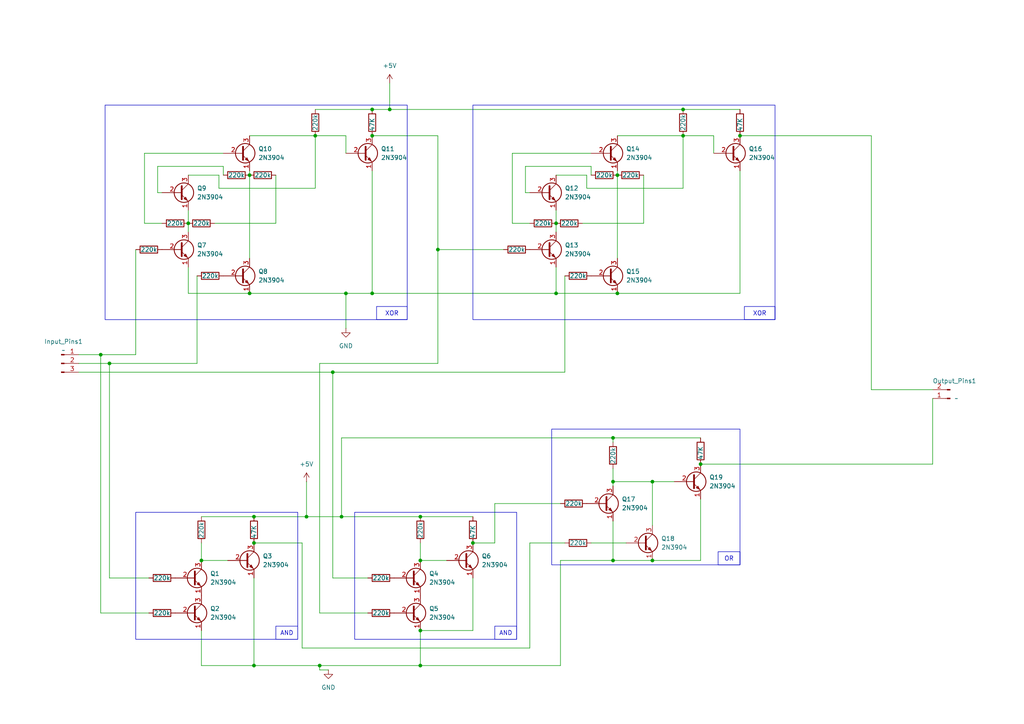
<source format=kicad_sch>
(kicad_sch
	(version 20231120)
	(generator "eeschema")
	(generator_version "8.0")
	(uuid "4e74c2aa-3410-4407-95d8-73d62854742b")
	(paper "A4")
	(title_block
		(title "1-Bit Adder")
		(date "2024-03-29")
		(rev "1.0")
	)
	(lib_symbols
		(symbol "Connector:Conn_01x02_Pin"
			(pin_names
				(offset 1.016) hide)
			(exclude_from_sim no)
			(in_bom yes)
			(on_board yes)
			(property "Reference" "J"
				(at 0 2.54 0)
				(effects
					(font
						(size 1.27 1.27)
					)
				)
			)
			(property "Value" "Conn_01x02_Pin"
				(at 0 -5.08 0)
				(effects
					(font
						(size 1.27 1.27)
					)
				)
			)
			(property "Footprint" ""
				(at 0 0 0)
				(effects
					(font
						(size 1.27 1.27)
					)
					(hide yes)
				)
			)
			(property "Datasheet" "~"
				(at 0 0 0)
				(effects
					(font
						(size 1.27 1.27)
					)
					(hide yes)
				)
			)
			(property "Description" "Generic connector, single row, 01x02, script generated"
				(at 0 0 0)
				(effects
					(font
						(size 1.27 1.27)
					)
					(hide yes)
				)
			)
			(property "ki_locked" ""
				(at 0 0 0)
				(effects
					(font
						(size 1.27 1.27)
					)
				)
			)
			(property "ki_keywords" "connector"
				(at 0 0 0)
				(effects
					(font
						(size 1.27 1.27)
					)
					(hide yes)
				)
			)
			(property "ki_fp_filters" "Connector*:*_1x??_*"
				(at 0 0 0)
				(effects
					(font
						(size 1.27 1.27)
					)
					(hide yes)
				)
			)
			(symbol "Conn_01x02_Pin_1_1"
				(polyline
					(pts
						(xy 1.27 -2.54) (xy 0.8636 -2.54)
					)
					(stroke
						(width 0.1524)
						(type default)
					)
					(fill
						(type none)
					)
				)
				(polyline
					(pts
						(xy 1.27 0) (xy 0.8636 0)
					)
					(stroke
						(width 0.1524)
						(type default)
					)
					(fill
						(type none)
					)
				)
				(rectangle
					(start 0.8636 -2.413)
					(end 0 -2.667)
					(stroke
						(width 0.1524)
						(type default)
					)
					(fill
						(type outline)
					)
				)
				(rectangle
					(start 0.8636 0.127)
					(end 0 -0.127)
					(stroke
						(width 0.1524)
						(type default)
					)
					(fill
						(type outline)
					)
				)
				(pin passive line
					(at 5.08 0 180)
					(length 3.81)
					(name "Pin_1"
						(effects
							(font
								(size 1.27 1.27)
							)
						)
					)
					(number "1"
						(effects
							(font
								(size 1.27 1.27)
							)
						)
					)
				)
				(pin passive line
					(at 5.08 -2.54 180)
					(length 3.81)
					(name "Pin_2"
						(effects
							(font
								(size 1.27 1.27)
							)
						)
					)
					(number "2"
						(effects
							(font
								(size 1.27 1.27)
							)
						)
					)
				)
			)
		)
		(symbol "Connector:Conn_01x03_Pin"
			(pin_names
				(offset 1.016) hide)
			(exclude_from_sim no)
			(in_bom yes)
			(on_board yes)
			(property "Reference" "J"
				(at 0 5.08 0)
				(effects
					(font
						(size 1.27 1.27)
					)
				)
			)
			(property "Value" "Conn_01x03_Pin"
				(at 0 -5.08 0)
				(effects
					(font
						(size 1.27 1.27)
					)
				)
			)
			(property "Footprint" ""
				(at 0 0 0)
				(effects
					(font
						(size 1.27 1.27)
					)
					(hide yes)
				)
			)
			(property "Datasheet" "~"
				(at 0 0 0)
				(effects
					(font
						(size 1.27 1.27)
					)
					(hide yes)
				)
			)
			(property "Description" "Generic connector, single row, 01x03, script generated"
				(at 0 0 0)
				(effects
					(font
						(size 1.27 1.27)
					)
					(hide yes)
				)
			)
			(property "ki_locked" ""
				(at 0 0 0)
				(effects
					(font
						(size 1.27 1.27)
					)
				)
			)
			(property "ki_keywords" "connector"
				(at 0 0 0)
				(effects
					(font
						(size 1.27 1.27)
					)
					(hide yes)
				)
			)
			(property "ki_fp_filters" "Connector*:*_1x??_*"
				(at 0 0 0)
				(effects
					(font
						(size 1.27 1.27)
					)
					(hide yes)
				)
			)
			(symbol "Conn_01x03_Pin_1_1"
				(polyline
					(pts
						(xy 1.27 -2.54) (xy 0.8636 -2.54)
					)
					(stroke
						(width 0.1524)
						(type default)
					)
					(fill
						(type none)
					)
				)
				(polyline
					(pts
						(xy 1.27 0) (xy 0.8636 0)
					)
					(stroke
						(width 0.1524)
						(type default)
					)
					(fill
						(type none)
					)
				)
				(polyline
					(pts
						(xy 1.27 2.54) (xy 0.8636 2.54)
					)
					(stroke
						(width 0.1524)
						(type default)
					)
					(fill
						(type none)
					)
				)
				(rectangle
					(start 0.8636 -2.413)
					(end 0 -2.667)
					(stroke
						(width 0.1524)
						(type default)
					)
					(fill
						(type outline)
					)
				)
				(rectangle
					(start 0.8636 0.127)
					(end 0 -0.127)
					(stroke
						(width 0.1524)
						(type default)
					)
					(fill
						(type outline)
					)
				)
				(rectangle
					(start 0.8636 2.667)
					(end 0 2.413)
					(stroke
						(width 0.1524)
						(type default)
					)
					(fill
						(type outline)
					)
				)
				(pin passive line
					(at 5.08 2.54 180)
					(length 3.81)
					(name "Pin_1"
						(effects
							(font
								(size 1.27 1.27)
							)
						)
					)
					(number "1"
						(effects
							(font
								(size 1.27 1.27)
							)
						)
					)
				)
				(pin passive line
					(at 5.08 0 180)
					(length 3.81)
					(name "Pin_2"
						(effects
							(font
								(size 1.27 1.27)
							)
						)
					)
					(number "2"
						(effects
							(font
								(size 1.27 1.27)
							)
						)
					)
				)
				(pin passive line
					(at 5.08 -2.54 180)
					(length 3.81)
					(name "Pin_3"
						(effects
							(font
								(size 1.27 1.27)
							)
						)
					)
					(number "3"
						(effects
							(font
								(size 1.27 1.27)
							)
						)
					)
				)
			)
		)
		(symbol "Device:R"
			(pin_numbers hide)
			(pin_names
				(offset 0)
			)
			(exclude_from_sim no)
			(in_bom yes)
			(on_board yes)
			(property "Reference" "R"
				(at 2.032 0 90)
				(effects
					(font
						(size 1.27 1.27)
					)
				)
			)
			(property "Value" "R"
				(at 0 0 90)
				(effects
					(font
						(size 1.27 1.27)
					)
				)
			)
			(property "Footprint" ""
				(at -1.778 0 90)
				(effects
					(font
						(size 1.27 1.27)
					)
					(hide yes)
				)
			)
			(property "Datasheet" "~"
				(at 0 0 0)
				(effects
					(font
						(size 1.27 1.27)
					)
					(hide yes)
				)
			)
			(property "Description" "Resistor"
				(at 0 0 0)
				(effects
					(font
						(size 1.27 1.27)
					)
					(hide yes)
				)
			)
			(property "ki_keywords" "R res resistor"
				(at 0 0 0)
				(effects
					(font
						(size 1.27 1.27)
					)
					(hide yes)
				)
			)
			(property "ki_fp_filters" "R_*"
				(at 0 0 0)
				(effects
					(font
						(size 1.27 1.27)
					)
					(hide yes)
				)
			)
			(symbol "R_0_1"
				(rectangle
					(start -1.016 -2.54)
					(end 1.016 2.54)
					(stroke
						(width 0.254)
						(type default)
					)
					(fill
						(type none)
					)
				)
			)
			(symbol "R_1_1"
				(pin passive line
					(at 0 3.81 270)
					(length 1.27)
					(name "~"
						(effects
							(font
								(size 1.27 1.27)
							)
						)
					)
					(number "1"
						(effects
							(font
								(size 1.27 1.27)
							)
						)
					)
				)
				(pin passive line
					(at 0 -3.81 90)
					(length 1.27)
					(name "~"
						(effects
							(font
								(size 1.27 1.27)
							)
						)
					)
					(number "2"
						(effects
							(font
								(size 1.27 1.27)
							)
						)
					)
				)
			)
		)
		(symbol "Transistor_BJT:2N3904"
			(pin_names
				(offset 0) hide)
			(exclude_from_sim no)
			(in_bom yes)
			(on_board yes)
			(property "Reference" "Q"
				(at 5.08 1.905 0)
				(effects
					(font
						(size 1.27 1.27)
					)
					(justify left)
				)
			)
			(property "Value" "2N3904"
				(at 5.08 0 0)
				(effects
					(font
						(size 1.27 1.27)
					)
					(justify left)
				)
			)
			(property "Footprint" "Package_TO_SOT_THT:TO-92_Inline"
				(at 5.08 -1.905 0)
				(effects
					(font
						(size 1.27 1.27)
						(italic yes)
					)
					(justify left)
					(hide yes)
				)
			)
			(property "Datasheet" "https://www.onsemi.com/pub/Collateral/2N3903-D.PDF"
				(at 0 0 0)
				(effects
					(font
						(size 1.27 1.27)
					)
					(justify left)
					(hide yes)
				)
			)
			(property "Description" "0.2A Ic, 40V Vce, Small Signal NPN Transistor, TO-92"
				(at 0 0 0)
				(effects
					(font
						(size 1.27 1.27)
					)
					(hide yes)
				)
			)
			(property "ki_keywords" "NPN Transistor"
				(at 0 0 0)
				(effects
					(font
						(size 1.27 1.27)
					)
					(hide yes)
				)
			)
			(property "ki_fp_filters" "TO?92*"
				(at 0 0 0)
				(effects
					(font
						(size 1.27 1.27)
					)
					(hide yes)
				)
			)
			(symbol "2N3904_0_1"
				(polyline
					(pts
						(xy 0.635 0.635) (xy 2.54 2.54)
					)
					(stroke
						(width 0)
						(type default)
					)
					(fill
						(type none)
					)
				)
				(polyline
					(pts
						(xy 0.635 -0.635) (xy 2.54 -2.54) (xy 2.54 -2.54)
					)
					(stroke
						(width 0)
						(type default)
					)
					(fill
						(type none)
					)
				)
				(polyline
					(pts
						(xy 0.635 1.905) (xy 0.635 -1.905) (xy 0.635 -1.905)
					)
					(stroke
						(width 0.508)
						(type default)
					)
					(fill
						(type none)
					)
				)
				(polyline
					(pts
						(xy 1.27 -1.778) (xy 1.778 -1.27) (xy 2.286 -2.286) (xy 1.27 -1.778) (xy 1.27 -1.778)
					)
					(stroke
						(width 0)
						(type default)
					)
					(fill
						(type outline)
					)
				)
				(circle
					(center 1.27 0)
					(radius 2.8194)
					(stroke
						(width 0.254)
						(type default)
					)
					(fill
						(type none)
					)
				)
			)
			(symbol "2N3904_1_1"
				(pin passive line
					(at 2.54 -5.08 90)
					(length 2.54)
					(name "E"
						(effects
							(font
								(size 1.27 1.27)
							)
						)
					)
					(number "1"
						(effects
							(font
								(size 1.27 1.27)
							)
						)
					)
				)
				(pin passive line
					(at -5.08 0 0)
					(length 5.715)
					(name "B"
						(effects
							(font
								(size 1.27 1.27)
							)
						)
					)
					(number "2"
						(effects
							(font
								(size 1.27 1.27)
							)
						)
					)
				)
				(pin passive line
					(at 2.54 5.08 270)
					(length 2.54)
					(name "C"
						(effects
							(font
								(size 1.27 1.27)
							)
						)
					)
					(number "3"
						(effects
							(font
								(size 1.27 1.27)
							)
						)
					)
				)
			)
		)
		(symbol "power:+5V"
			(power)
			(pin_numbers hide)
			(pin_names
				(offset 0) hide)
			(exclude_from_sim no)
			(in_bom yes)
			(on_board yes)
			(property "Reference" "#PWR"
				(at 0 -3.81 0)
				(effects
					(font
						(size 1.27 1.27)
					)
					(hide yes)
				)
			)
			(property "Value" "+5V"
				(at 0 3.556 0)
				(effects
					(font
						(size 1.27 1.27)
					)
				)
			)
			(property "Footprint" ""
				(at 0 0 0)
				(effects
					(font
						(size 1.27 1.27)
					)
					(hide yes)
				)
			)
			(property "Datasheet" ""
				(at 0 0 0)
				(effects
					(font
						(size 1.27 1.27)
					)
					(hide yes)
				)
			)
			(property "Description" "Power symbol creates a global label with name \"+5V\""
				(at 0 0 0)
				(effects
					(font
						(size 1.27 1.27)
					)
					(hide yes)
				)
			)
			(property "ki_keywords" "global power"
				(at 0 0 0)
				(effects
					(font
						(size 1.27 1.27)
					)
					(hide yes)
				)
			)
			(symbol "+5V_0_1"
				(polyline
					(pts
						(xy -0.762 1.27) (xy 0 2.54)
					)
					(stroke
						(width 0)
						(type default)
					)
					(fill
						(type none)
					)
				)
				(polyline
					(pts
						(xy 0 0) (xy 0 2.54)
					)
					(stroke
						(width 0)
						(type default)
					)
					(fill
						(type none)
					)
				)
				(polyline
					(pts
						(xy 0 2.54) (xy 0.762 1.27)
					)
					(stroke
						(width 0)
						(type default)
					)
					(fill
						(type none)
					)
				)
			)
			(symbol "+5V_1_1"
				(pin power_in line
					(at 0 0 90)
					(length 0)
					(name "~"
						(effects
							(font
								(size 1.27 1.27)
							)
						)
					)
					(number "1"
						(effects
							(font
								(size 1.27 1.27)
							)
						)
					)
				)
			)
		)
		(symbol "power:GND"
			(power)
			(pin_numbers hide)
			(pin_names
				(offset 0) hide)
			(exclude_from_sim no)
			(in_bom yes)
			(on_board yes)
			(property "Reference" "#PWR"
				(at 0 -6.35 0)
				(effects
					(font
						(size 1.27 1.27)
					)
					(hide yes)
				)
			)
			(property "Value" "GND"
				(at 0 -3.81 0)
				(effects
					(font
						(size 1.27 1.27)
					)
				)
			)
			(property "Footprint" ""
				(at 0 0 0)
				(effects
					(font
						(size 1.27 1.27)
					)
					(hide yes)
				)
			)
			(property "Datasheet" ""
				(at 0 0 0)
				(effects
					(font
						(size 1.27 1.27)
					)
					(hide yes)
				)
			)
			(property "Description" "Power symbol creates a global label with name \"GND\" , ground"
				(at 0 0 0)
				(effects
					(font
						(size 1.27 1.27)
					)
					(hide yes)
				)
			)
			(property "ki_keywords" "global power"
				(at 0 0 0)
				(effects
					(font
						(size 1.27 1.27)
					)
					(hide yes)
				)
			)
			(symbol "GND_0_1"
				(polyline
					(pts
						(xy 0 0) (xy 0 -1.27) (xy 1.27 -1.27) (xy 0 -2.54) (xy -1.27 -1.27) (xy 0 -1.27)
					)
					(stroke
						(width 0)
						(type default)
					)
					(fill
						(type none)
					)
				)
			)
			(symbol "GND_1_1"
				(pin power_in line
					(at 0 0 270)
					(length 0)
					(name "~"
						(effects
							(font
								(size 1.27 1.27)
							)
						)
					)
					(number "1"
						(effects
							(font
								(size 1.27 1.27)
							)
						)
					)
				)
			)
		)
	)
	(junction
		(at 177.8 139.7)
		(diameter 0)
		(color 0 0 0 0)
		(uuid "0325580e-d992-42f5-b5f2-f2e2949d62d5")
	)
	(junction
		(at 121.92 149.86)
		(diameter 0)
		(color 0 0 0 0)
		(uuid "0dfffa16-5427-488a-bc14-6694c3930b54")
	)
	(junction
		(at 54.61 64.77)
		(diameter 0)
		(color 0 0 0 0)
		(uuid "11625f27-25fa-437d-8120-80b8366a0ed2")
	)
	(junction
		(at 161.29 64.77)
		(diameter 0)
		(color 0 0 0 0)
		(uuid "17eee91b-9dfa-4a35-8b10-795ad4aba479")
	)
	(junction
		(at 91.44 39.37)
		(diameter 0)
		(color 0 0 0 0)
		(uuid "1b3691dd-e89c-452c-81c2-c420507283f3")
	)
	(junction
		(at 214.63 39.37)
		(diameter 0)
		(color 0 0 0 0)
		(uuid "2500ddb7-c0af-447b-b687-9952fe95237d")
	)
	(junction
		(at 179.07 50.8)
		(diameter 0)
		(color 0 0 0 0)
		(uuid "285ddd93-93e4-424a-8922-86ee4aa5464f")
	)
	(junction
		(at 73.66 157.48)
		(diameter 0)
		(color 0 0 0 0)
		(uuid "29b4a0cd-8504-4f83-80f1-83809f849be2")
	)
	(junction
		(at 179.07 85.09)
		(diameter 0)
		(color 0 0 0 0)
		(uuid "2a91f020-cb36-4fb0-9db8-af4fa009223d")
	)
	(junction
		(at 121.92 193.04)
		(diameter 0)
		(color 0 0 0 0)
		(uuid "2dfe7c2a-676c-4446-8e42-cae773e55361")
	)
	(junction
		(at 99.06 149.86)
		(diameter 0)
		(color 0 0 0 0)
		(uuid "36049c36-1c52-4f2f-8986-c2b164ceb9b1")
	)
	(junction
		(at 72.39 50.8)
		(diameter 0)
		(color 0 0 0 0)
		(uuid "3bc74671-1b57-42fd-9b6d-7f492c43bf6d")
	)
	(junction
		(at 107.95 39.37)
		(diameter 0)
		(color 0 0 0 0)
		(uuid "3df65519-df14-47a8-adac-a83cea2ad617")
	)
	(junction
		(at 177.8 127)
		(diameter 0)
		(color 0 0 0 0)
		(uuid "50f0adeb-1412-4b4d-98d5-a61257da1283")
	)
	(junction
		(at 72.39 85.09)
		(diameter 0)
		(color 0 0 0 0)
		(uuid "53446ab3-6ecf-4811-a639-259b1dc11538")
	)
	(junction
		(at 107.95 31.75)
		(diameter 0)
		(color 0 0 0 0)
		(uuid "56f6a953-b0e9-47bc-bf01-f4221f6bcca4")
	)
	(junction
		(at 189.23 139.7)
		(diameter 0)
		(color 0 0 0 0)
		(uuid "5ebcb028-2e13-4c9e-a968-a8f585085407")
	)
	(junction
		(at 92.71 193.04)
		(diameter 0)
		(color 0 0 0 0)
		(uuid "5f7a16f5-cf7a-4130-99df-89c11e92e935")
	)
	(junction
		(at 96.52 107.95)
		(diameter 0)
		(color 0 0 0 0)
		(uuid "63e21e4c-a37c-42fd-8a8b-b0d89a410c95")
	)
	(junction
		(at 31.75 105.41)
		(diameter 0)
		(color 0 0 0 0)
		(uuid "6808bca8-33ba-4770-a5bc-f1aaebc758d5")
	)
	(junction
		(at 177.8 162.56)
		(diameter 0)
		(color 0 0 0 0)
		(uuid "752e156d-df5a-4f01-ac19-c055593907d0")
	)
	(junction
		(at 127 72.39)
		(diameter 0)
		(color 0 0 0 0)
		(uuid "764c51ad-1c43-4837-a574-3b374a5693b6")
	)
	(junction
		(at 121.92 182.88)
		(diameter 0)
		(color 0 0 0 0)
		(uuid "7a29fbc8-d9c1-4b4a-bc13-8fbadd2a8f1b")
	)
	(junction
		(at 58.42 162.56)
		(diameter 0)
		(color 0 0 0 0)
		(uuid "7d2ea226-692b-413e-9d18-9c1fb2adeece")
	)
	(junction
		(at 189.23 162.56)
		(diameter 0)
		(color 0 0 0 0)
		(uuid "7fb2d268-aa77-42dd-9035-896eac3ac2a6")
	)
	(junction
		(at 100.33 85.09)
		(diameter 0)
		(color 0 0 0 0)
		(uuid "878b4eda-5ec8-4151-889e-2bdcf2e95daa")
	)
	(junction
		(at 113.03 31.75)
		(diameter 0)
		(color 0 0 0 0)
		(uuid "87bd7e66-1d6e-47a6-90f3-760987378834")
	)
	(junction
		(at 73.66 193.04)
		(diameter 0)
		(color 0 0 0 0)
		(uuid "8da4e213-0bb2-473a-b589-a67a31bbcc62")
	)
	(junction
		(at 88.9 149.86)
		(diameter 0)
		(color 0 0 0 0)
		(uuid "8fe2939c-efa9-42d6-a9ac-d002028bb069")
	)
	(junction
		(at 121.92 162.56)
		(diameter 0)
		(color 0 0 0 0)
		(uuid "8fee8ba5-7103-4338-8a27-78fb6f27fcc8")
	)
	(junction
		(at 137.16 157.48)
		(diameter 0)
		(color 0 0 0 0)
		(uuid "938f7a12-2a5e-45cd-b2f9-ef47afcc74ba")
	)
	(junction
		(at 203.2 134.62)
		(diameter 0)
		(color 0 0 0 0)
		(uuid "99861fa2-7676-4cba-9e5a-53257ad900a7")
	)
	(junction
		(at 161.29 85.09)
		(diameter 0)
		(color 0 0 0 0)
		(uuid "9a224719-cd9a-4689-9464-52ac4009147a")
	)
	(junction
		(at 107.95 85.09)
		(diameter 0)
		(color 0 0 0 0)
		(uuid "bc43b56d-c164-43a3-b27e-83602c988880")
	)
	(junction
		(at 198.12 31.75)
		(diameter 0)
		(color 0 0 0 0)
		(uuid "d9b8d62c-10f2-403f-9e3e-4712a0f33c2f")
	)
	(junction
		(at 29.21 102.87)
		(diameter 0)
		(color 0 0 0 0)
		(uuid "e8002d23-7f45-4b59-b7a3-e8d16344e45c")
	)
	(junction
		(at 198.12 39.37)
		(diameter 0)
		(color 0 0 0 0)
		(uuid "ebf260ba-bd9b-4f57-861f-c44fb780a18b")
	)
	(junction
		(at 73.66 149.86)
		(diameter 0)
		(color 0 0 0 0)
		(uuid "f7816865-cf63-4c95-bc88-99df94a90ab1")
	)
	(wire
		(pts
			(xy 87.63 157.48) (xy 73.66 157.48)
		)
		(stroke
			(width 0)
			(type default)
		)
		(uuid "02d792b3-ed5e-4c3b-9555-5ba313228541")
	)
	(wire
		(pts
			(xy 57.15 105.41) (xy 31.75 105.41)
		)
		(stroke
			(width 0)
			(type default)
		)
		(uuid "03136a73-a12a-479a-b0a7-a5297b19a74f")
	)
	(wire
		(pts
			(xy 270.51 115.57) (xy 270.51 134.62)
		)
		(stroke
			(width 0)
			(type default)
		)
		(uuid "03592859-ef55-4ddd-80ce-551d1bfbe4dd")
	)
	(wire
		(pts
			(xy 31.75 167.64) (xy 31.75 105.41)
		)
		(stroke
			(width 0)
			(type default)
		)
		(uuid "03663c48-3636-4cb4-96e0-f17f0e02e688")
	)
	(wire
		(pts
			(xy 92.71 105.41) (xy 92.71 177.8)
		)
		(stroke
			(width 0)
			(type default)
		)
		(uuid "05f1a048-c001-4e08-b7dd-86578e313a0c")
	)
	(wire
		(pts
			(xy 171.45 157.48) (xy 181.61 157.48)
		)
		(stroke
			(width 0)
			(type default)
		)
		(uuid "0a8ba1ac-0740-40b9-ae24-90f668c86823")
	)
	(wire
		(pts
			(xy 107.95 49.53) (xy 107.95 85.09)
		)
		(stroke
			(width 0)
			(type default)
		)
		(uuid "0af03459-a014-4415-8db8-5b146cbc004d")
	)
	(wire
		(pts
			(xy 161.29 85.09) (xy 179.07 85.09)
		)
		(stroke
			(width 0)
			(type default)
		)
		(uuid "0ff3741d-215f-4547-be4c-b05cd7f906b5")
	)
	(wire
		(pts
			(xy 43.18 177.8) (xy 29.21 177.8)
		)
		(stroke
			(width 0)
			(type default)
		)
		(uuid "12069cb7-101f-4bae-b3ad-b1d92413dfc3")
	)
	(wire
		(pts
			(xy 137.16 182.88) (xy 121.92 182.88)
		)
		(stroke
			(width 0)
			(type default)
		)
		(uuid "1286a9ac-8276-429f-b9d2-4d9fae057ee0")
	)
	(wire
		(pts
			(xy 198.12 31.75) (xy 214.63 31.75)
		)
		(stroke
			(width 0)
			(type default)
		)
		(uuid "141e19a5-496c-4c76-91d4-ea5636fa3ee1")
	)
	(wire
		(pts
			(xy 45.72 48.26) (xy 64.77 48.26)
		)
		(stroke
			(width 0)
			(type default)
		)
		(uuid "1512216c-e844-40e2-a600-53f4dd306ba6")
	)
	(wire
		(pts
			(xy 100.33 85.09) (xy 100.33 95.25)
		)
		(stroke
			(width 0)
			(type default)
		)
		(uuid "1566765d-e694-42d9-ae61-ddfcbf440d64")
	)
	(wire
		(pts
			(xy 162.56 162.56) (xy 162.56 193.04)
		)
		(stroke
			(width 0)
			(type default)
		)
		(uuid "15ab3721-eea9-49ac-a504-211673bc44e8")
	)
	(wire
		(pts
			(xy 54.61 77.47) (xy 54.61 85.09)
		)
		(stroke
			(width 0)
			(type default)
		)
		(uuid "19832609-0c31-4ba9-891b-4dfdb327ec2f")
	)
	(wire
		(pts
			(xy 58.42 193.04) (xy 73.66 193.04)
		)
		(stroke
			(width 0)
			(type default)
		)
		(uuid "1c4d895b-1ee1-4aac-942e-725e8d38fa8e")
	)
	(wire
		(pts
			(xy 54.61 67.31) (xy 54.61 64.77)
		)
		(stroke
			(width 0)
			(type default)
		)
		(uuid "21a4ffbb-f86a-4a30-acd2-d30304c6e60c")
	)
	(wire
		(pts
			(xy 64.77 48.26) (xy 64.77 50.8)
		)
		(stroke
			(width 0)
			(type default)
		)
		(uuid "21e0336a-c923-44ae-991b-25beb3d77f86")
	)
	(wire
		(pts
			(xy 73.66 149.86) (xy 88.9 149.86)
		)
		(stroke
			(width 0)
			(type default)
		)
		(uuid "2243ed52-914f-41af-ae40-1ba1f605b54b")
	)
	(wire
		(pts
			(xy 189.23 152.4) (xy 189.23 139.7)
		)
		(stroke
			(width 0)
			(type default)
		)
		(uuid "22794624-d875-4493-b7ba-7fb2cd151233")
	)
	(wire
		(pts
			(xy 92.71 177.8) (xy 106.68 177.8)
		)
		(stroke
			(width 0)
			(type default)
		)
		(uuid "25a1e295-103b-4798-8b18-add2ff6f02e3")
	)
	(wire
		(pts
			(xy 88.9 149.86) (xy 88.9 139.7)
		)
		(stroke
			(width 0)
			(type default)
		)
		(uuid "28f93d2c-533d-47b1-a7aa-4864c3ee4bac")
	)
	(wire
		(pts
			(xy 58.42 157.48) (xy 58.42 162.56)
		)
		(stroke
			(width 0)
			(type default)
		)
		(uuid "2a299955-edeb-40b1-8984-c39f8f61ad85")
	)
	(wire
		(pts
			(xy 87.63 187.96) (xy 87.63 157.48)
		)
		(stroke
			(width 0)
			(type default)
		)
		(uuid "2c9b06ec-c142-4a0c-af36-98751d442aa7")
	)
	(wire
		(pts
			(xy 161.29 77.47) (xy 161.29 85.09)
		)
		(stroke
			(width 0)
			(type default)
		)
		(uuid "2ccb11f5-ac54-43c0-867c-4577a793b3fc")
	)
	(wire
		(pts
			(xy 177.8 139.7) (xy 189.23 139.7)
		)
		(stroke
			(width 0)
			(type default)
		)
		(uuid "2e03101d-aabd-414f-b996-0d04b1ede660")
	)
	(wire
		(pts
			(xy 100.33 85.09) (xy 107.95 85.09)
		)
		(stroke
			(width 0)
			(type default)
		)
		(uuid "2e3c1e5b-b9cd-4ca9-9f40-c61cf55527e0")
	)
	(wire
		(pts
			(xy 179.07 50.8) (xy 179.07 74.93)
		)
		(stroke
			(width 0)
			(type default)
		)
		(uuid "30873491-1007-4237-968e-3bf8df48723b")
	)
	(wire
		(pts
			(xy 127 72.39) (xy 127 39.37)
		)
		(stroke
			(width 0)
			(type default)
		)
		(uuid "31351d1a-4b4b-4692-9b73-23ef41d8fd5f")
	)
	(wire
		(pts
			(xy 91.44 39.37) (xy 91.44 54.61)
		)
		(stroke
			(width 0)
			(type default)
		)
		(uuid "330163d9-af99-4ac0-a2f9-53466f3451d4")
	)
	(wire
		(pts
			(xy 88.9 149.86) (xy 99.06 149.86)
		)
		(stroke
			(width 0)
			(type default)
		)
		(uuid "33726147-3df6-4293-8509-a4185da1acef")
	)
	(wire
		(pts
			(xy 252.73 113.03) (xy 252.73 39.37)
		)
		(stroke
			(width 0)
			(type default)
		)
		(uuid "3414ccf9-7293-44d0-8928-349d3c4d7492")
	)
	(wire
		(pts
			(xy 177.8 127) (xy 99.06 127)
		)
		(stroke
			(width 0)
			(type default)
		)
		(uuid "3648c34e-8322-46e5-bf5d-5decd801b87e")
	)
	(wire
		(pts
			(xy 96.52 107.95) (xy 96.52 167.64)
		)
		(stroke
			(width 0)
			(type default)
		)
		(uuid "3703520a-c53c-49bd-bea2-a13851030cf3")
	)
	(wire
		(pts
			(xy 203.2 144.78) (xy 203.2 162.56)
		)
		(stroke
			(width 0)
			(type default)
		)
		(uuid "3c18b943-9ba4-4680-a430-d63437c64201")
	)
	(wire
		(pts
			(xy 29.21 102.87) (xy 39.37 102.87)
		)
		(stroke
			(width 0)
			(type default)
		)
		(uuid "4181c2c6-d22c-4648-85f6-3be2cc3d3f50")
	)
	(wire
		(pts
			(xy 121.92 157.48) (xy 121.92 162.56)
		)
		(stroke
			(width 0)
			(type default)
		)
		(uuid "42ec2a21-bb40-4958-8a47-a42abdc53225")
	)
	(wire
		(pts
			(xy 170.18 54.61) (xy 198.12 54.61)
		)
		(stroke
			(width 0)
			(type default)
		)
		(uuid "44352479-5d84-4967-a517-b40ae4a58fb6")
	)
	(wire
		(pts
			(xy 72.39 50.8) (xy 72.39 74.93)
		)
		(stroke
			(width 0)
			(type default)
		)
		(uuid "45e6afe7-ce58-4d27-b0e7-9a9d6d64a196")
	)
	(wire
		(pts
			(xy 58.42 182.88) (xy 58.42 193.04)
		)
		(stroke
			(width 0)
			(type default)
		)
		(uuid "49865ae7-192a-470f-afa0-d9f15287f56a")
	)
	(wire
		(pts
			(xy 177.8 151.13) (xy 177.8 162.56)
		)
		(stroke
			(width 0)
			(type default)
		)
		(uuid "4a3b4d7e-be45-4eee-9495-d3d65b356d88")
	)
	(wire
		(pts
			(xy 92.71 193.04) (xy 121.92 193.04)
		)
		(stroke
			(width 0)
			(type default)
		)
		(uuid "4b59ac73-f879-4d1a-8ae5-881ae2e5b04f")
	)
	(wire
		(pts
			(xy 73.66 193.04) (xy 92.71 193.04)
		)
		(stroke
			(width 0)
			(type default)
		)
		(uuid "4da582f1-5774-4617-96b6-3269242c153f")
	)
	(wire
		(pts
			(xy 129.54 162.56) (xy 121.92 162.56)
		)
		(stroke
			(width 0)
			(type default)
		)
		(uuid "4fd700f1-a23f-4e42-b2e3-089a6d94c372")
	)
	(wire
		(pts
			(xy 177.8 162.56) (xy 162.56 162.56)
		)
		(stroke
			(width 0)
			(type default)
		)
		(uuid "510e679c-07f6-4c01-aa72-affaff7d16da")
	)
	(wire
		(pts
			(xy 152.4 55.88) (xy 153.67 55.88)
		)
		(stroke
			(width 0)
			(type default)
		)
		(uuid "521eafd1-a2ea-4166-885a-2b1f2d628716")
	)
	(wire
		(pts
			(xy 43.18 167.64) (xy 31.75 167.64)
		)
		(stroke
			(width 0)
			(type default)
		)
		(uuid "5673c7da-36bd-4fc5-863e-df21ef1aa5a3")
	)
	(wire
		(pts
			(xy 99.06 127) (xy 99.06 149.86)
		)
		(stroke
			(width 0)
			(type default)
		)
		(uuid "56f7297c-9619-42d6-8f5f-27eb137074f5")
	)
	(wire
		(pts
			(xy 92.71 194.31) (xy 92.71 193.04)
		)
		(stroke
			(width 0)
			(type default)
		)
		(uuid "59bfdd99-40cf-4310-9bc6-2e6a2cfe3216")
	)
	(wire
		(pts
			(xy 143.51 146.05) (xy 162.56 146.05)
		)
		(stroke
			(width 0)
			(type default)
		)
		(uuid "5bdc54a8-103d-44f2-8d8f-177816ba3bb7")
	)
	(wire
		(pts
			(xy 72.39 39.37) (xy 91.44 39.37)
		)
		(stroke
			(width 0)
			(type default)
		)
		(uuid "5f53a279-00ae-409c-9fd8-d762dcd3d0e4")
	)
	(wire
		(pts
			(xy 100.33 44.45) (xy 100.33 39.37)
		)
		(stroke
			(width 0)
			(type default)
		)
		(uuid "5fd16efa-10bd-4e89-8700-3ee71367c019")
	)
	(wire
		(pts
			(xy 57.15 80.01) (xy 57.15 105.41)
		)
		(stroke
			(width 0)
			(type default)
		)
		(uuid "6320b0d4-f6f2-4acb-bcc2-5ba282cd4fe5")
	)
	(wire
		(pts
			(xy 207.01 39.37) (xy 198.12 39.37)
		)
		(stroke
			(width 0)
			(type default)
		)
		(uuid "6998e20a-bcbb-4583-8448-d130e0b2748a")
	)
	(wire
		(pts
			(xy 100.33 39.37) (xy 91.44 39.37)
		)
		(stroke
			(width 0)
			(type default)
		)
		(uuid "6aa2eb72-978b-4982-8485-fa47b8d5413f")
	)
	(wire
		(pts
			(xy 186.69 50.8) (xy 186.69 64.77)
		)
		(stroke
			(width 0)
			(type default)
		)
		(uuid "6b985425-f067-4426-8533-44f5194f5f7d")
	)
	(wire
		(pts
			(xy 171.45 48.26) (xy 171.45 50.8)
		)
		(stroke
			(width 0)
			(type default)
		)
		(uuid "7090a8d2-d32a-4001-ad7a-6a44238c77bc")
	)
	(wire
		(pts
			(xy 161.29 85.09) (xy 107.95 85.09)
		)
		(stroke
			(width 0)
			(type default)
		)
		(uuid "70a7ac68-f486-477d-aa05-cd421d2e1288")
	)
	(wire
		(pts
			(xy 189.23 139.7) (xy 195.58 139.7)
		)
		(stroke
			(width 0)
			(type default)
		)
		(uuid "72164ac2-44ab-46d7-a35d-2a1fabe66bfe")
	)
	(wire
		(pts
			(xy 113.03 31.75) (xy 198.12 31.75)
		)
		(stroke
			(width 0)
			(type default)
		)
		(uuid "776b3e7d-52ef-445f-80e6-2db3683957eb")
	)
	(wire
		(pts
			(xy 146.05 72.39) (xy 127 72.39)
		)
		(stroke
			(width 0)
			(type default)
		)
		(uuid "781f2d8e-6564-4871-9bf6-d620f62eda23")
	)
	(wire
		(pts
			(xy 148.59 64.77) (xy 148.59 44.45)
		)
		(stroke
			(width 0)
			(type default)
		)
		(uuid "7a25eb10-ec98-4446-89f6-98850bdbd47d")
	)
	(wire
		(pts
			(xy 152.4 48.26) (xy 171.45 48.26)
		)
		(stroke
			(width 0)
			(type default)
		)
		(uuid "7e811838-8bf0-4bb5-85e7-cb5bf0ee8278")
	)
	(wire
		(pts
			(xy 107.95 31.75) (xy 113.03 31.75)
		)
		(stroke
			(width 0)
			(type default)
		)
		(uuid "815b9904-4b4e-4172-a4eb-59cb800db85e")
	)
	(wire
		(pts
			(xy 121.92 182.88) (xy 121.92 193.04)
		)
		(stroke
			(width 0)
			(type default)
		)
		(uuid "85687ab6-5a35-43d5-8b27-38ea9b0243c2")
	)
	(wire
		(pts
			(xy 252.73 39.37) (xy 214.63 39.37)
		)
		(stroke
			(width 0)
			(type default)
		)
		(uuid "86a6e99f-4b37-45ce-8d13-084d3ac91972")
	)
	(wire
		(pts
			(xy 198.12 39.37) (xy 198.12 54.61)
		)
		(stroke
			(width 0)
			(type default)
		)
		(uuid "8745cab7-4e99-45f5-9ea2-25b42bb6548b")
	)
	(wire
		(pts
			(xy 45.72 55.88) (xy 45.72 48.26)
		)
		(stroke
			(width 0)
			(type default)
		)
		(uuid "8a6bef9d-af93-4257-9f04-d0492dfcb81a")
	)
	(wire
		(pts
			(xy 72.39 49.53) (xy 72.39 50.8)
		)
		(stroke
			(width 0)
			(type default)
		)
		(uuid "8f8213aa-725d-4546-a4b7-7d372e0ee6d8")
	)
	(wire
		(pts
			(xy 137.16 167.64) (xy 137.16 182.88)
		)
		(stroke
			(width 0)
			(type default)
		)
		(uuid "9197ddb7-ab74-4a94-b874-d2c34b74d183")
	)
	(wire
		(pts
			(xy 121.92 149.86) (xy 137.16 149.86)
		)
		(stroke
			(width 0)
			(type default)
		)
		(uuid "9848e037-b3cb-417c-b553-f693212619d1")
	)
	(wire
		(pts
			(xy 177.8 127) (xy 177.8 128.27)
		)
		(stroke
			(width 0)
			(type default)
		)
		(uuid "98d267c7-4927-41a3-92dd-c7b89cff4028")
	)
	(wire
		(pts
			(xy 54.61 85.09) (xy 72.39 85.09)
		)
		(stroke
			(width 0)
			(type default)
		)
		(uuid "9c3e5601-8ce1-469b-8ab2-10d767ec48e0")
	)
	(wire
		(pts
			(xy 270.51 113.03) (xy 252.73 113.03)
		)
		(stroke
			(width 0)
			(type default)
		)
		(uuid "9e2e12b7-1013-4fe0-b809-b2b6ce61a345")
	)
	(wire
		(pts
			(xy 58.42 149.86) (xy 73.66 149.86)
		)
		(stroke
			(width 0)
			(type default)
		)
		(uuid "a14b6252-beae-49cd-a1e4-ca97ab8f6b96")
	)
	(wire
		(pts
			(xy 127 72.39) (xy 127 105.41)
		)
		(stroke
			(width 0)
			(type default)
		)
		(uuid "a168dc5f-bb6d-4670-94a3-e9116d46c7c9")
	)
	(wire
		(pts
			(xy 177.8 135.89) (xy 177.8 139.7)
		)
		(stroke
			(width 0)
			(type default)
		)
		(uuid "a2b2d757-c843-48c6-81f5-176fa7beba4b")
	)
	(wire
		(pts
			(xy 63.5 50.8) (xy 63.5 54.61)
		)
		(stroke
			(width 0)
			(type default)
		)
		(uuid "a33e42fa-f87f-41dc-8a30-dbabd899080d")
	)
	(wire
		(pts
			(xy 63.5 54.61) (xy 91.44 54.61)
		)
		(stroke
			(width 0)
			(type default)
		)
		(uuid "a5d79d68-d392-416b-95c5-b44d71999e3a")
	)
	(wire
		(pts
			(xy 137.16 157.48) (xy 143.51 157.48)
		)
		(stroke
			(width 0)
			(type default)
		)
		(uuid "a7057f26-c4b4-4241-8bce-9fea3a0ab8c7")
	)
	(wire
		(pts
			(xy 153.67 157.48) (xy 153.67 187.96)
		)
		(stroke
			(width 0)
			(type default)
		)
		(uuid "ab0f39f0-90cc-4bc4-b429-9fffcac5749d")
	)
	(wire
		(pts
			(xy 66.04 162.56) (xy 58.42 162.56)
		)
		(stroke
			(width 0)
			(type default)
		)
		(uuid "ad2389b1-f9b3-45b3-8631-ecf051b5620c")
	)
	(wire
		(pts
			(xy 45.72 55.88) (xy 46.99 55.88)
		)
		(stroke
			(width 0)
			(type default)
		)
		(uuid "adfd1ecd-9675-46b3-a136-faae876a20c1")
	)
	(wire
		(pts
			(xy 54.61 50.8) (xy 63.5 50.8)
		)
		(stroke
			(width 0)
			(type default)
		)
		(uuid "b23f36d7-ab2d-4267-9457-3dd09fdfef3e")
	)
	(wire
		(pts
			(xy 46.99 64.77) (xy 41.91 64.77)
		)
		(stroke
			(width 0)
			(type default)
		)
		(uuid "b2867d4b-7a54-4b4e-944c-16fc4f69b623")
	)
	(wire
		(pts
			(xy 41.91 64.77) (xy 41.91 44.45)
		)
		(stroke
			(width 0)
			(type default)
		)
		(uuid "ba7bca30-c45e-4932-bde9-5c82daaedca0")
	)
	(wire
		(pts
			(xy 62.23 64.77) (xy 80.01 64.77)
		)
		(stroke
			(width 0)
			(type default)
		)
		(uuid "bda10281-d1b7-4541-994a-86deee9df927")
	)
	(wire
		(pts
			(xy 203.2 162.56) (xy 189.23 162.56)
		)
		(stroke
			(width 0)
			(type default)
		)
		(uuid "c0350435-cb33-40b6-8cee-0ce44547ad99")
	)
	(wire
		(pts
			(xy 72.39 85.09) (xy 100.33 85.09)
		)
		(stroke
			(width 0)
			(type default)
		)
		(uuid "c188a783-eb2b-4ce4-af59-c9af85a19a1d")
	)
	(wire
		(pts
			(xy 153.67 64.77) (xy 148.59 64.77)
		)
		(stroke
			(width 0)
			(type default)
		)
		(uuid "c1c5ccfe-6531-4ca8-ad26-00a6b2d8da3c")
	)
	(wire
		(pts
			(xy 161.29 50.8) (xy 170.18 50.8)
		)
		(stroke
			(width 0)
			(type default)
		)
		(uuid "c26ca6b4-39d0-4c61-912a-7e36cdb6b986")
	)
	(wire
		(pts
			(xy 99.06 149.86) (xy 121.92 149.86)
		)
		(stroke
			(width 0)
			(type default)
		)
		(uuid "c313f81c-7c18-451a-8f48-39796d63de06")
	)
	(wire
		(pts
			(xy 163.83 107.95) (xy 163.83 80.01)
		)
		(stroke
			(width 0)
			(type default)
		)
		(uuid "c3c9723b-0309-460c-98c6-e5541ac6d006")
	)
	(wire
		(pts
			(xy 207.01 44.45) (xy 207.01 39.37)
		)
		(stroke
			(width 0)
			(type default)
		)
		(uuid "c976b37e-8599-4b69-93c8-b952fb5655cd")
	)
	(wire
		(pts
			(xy 127 39.37) (xy 107.95 39.37)
		)
		(stroke
			(width 0)
			(type default)
		)
		(uuid "ca667e88-d5a3-49de-8ba4-066c45eefe8c")
	)
	(wire
		(pts
			(xy 80.01 50.8) (xy 80.01 64.77)
		)
		(stroke
			(width 0)
			(type default)
		)
		(uuid "cd134526-3f07-40af-ae3a-a9dd9630fc5c")
	)
	(wire
		(pts
			(xy 95.25 194.31) (xy 92.71 194.31)
		)
		(stroke
			(width 0)
			(type default)
		)
		(uuid "cd4e5605-81fc-493f-bbb0-b1697dfc3f81")
	)
	(wire
		(pts
			(xy 22.86 102.87) (xy 29.21 102.87)
		)
		(stroke
			(width 0)
			(type default)
		)
		(uuid "ce427c3a-0eb0-40cb-b5a5-82f5158f4e44")
	)
	(wire
		(pts
			(xy 179.07 85.09) (xy 214.63 85.09)
		)
		(stroke
			(width 0)
			(type default)
		)
		(uuid "cfbd1948-6065-46b4-acaa-64f5876739e2")
	)
	(wire
		(pts
			(xy 177.8 139.7) (xy 177.8 140.97)
		)
		(stroke
			(width 0)
			(type default)
		)
		(uuid "d1106070-1353-40c0-b749-e8c5902266ea")
	)
	(wire
		(pts
			(xy 170.18 50.8) (xy 170.18 54.61)
		)
		(stroke
			(width 0)
			(type default)
		)
		(uuid "d2a95d4c-ed05-4a53-b313-b34176b313c5")
	)
	(wire
		(pts
			(xy 29.21 177.8) (xy 29.21 102.87)
		)
		(stroke
			(width 0)
			(type default)
		)
		(uuid "d423daf9-e609-4e90-930b-db9592e2bbf7")
	)
	(wire
		(pts
			(xy 113.03 24.13) (xy 113.03 31.75)
		)
		(stroke
			(width 0)
			(type default)
		)
		(uuid "d44828bb-b26b-49cb-a8bd-a934321e0350")
	)
	(wire
		(pts
			(xy 39.37 102.87) (xy 39.37 72.39)
		)
		(stroke
			(width 0)
			(type default)
		)
		(uuid "d44c0a0c-3d74-4880-93da-9ed5f8070a01")
	)
	(wire
		(pts
			(xy 161.29 67.31) (xy 161.29 64.77)
		)
		(stroke
			(width 0)
			(type default)
		)
		(uuid "d4c1272e-7409-4e69-96b6-9e8d39f5e548")
	)
	(wire
		(pts
			(xy 91.44 31.75) (xy 107.95 31.75)
		)
		(stroke
			(width 0)
			(type default)
		)
		(uuid "d5936538-2e3c-4a82-98ac-5bc7677025f8")
	)
	(wire
		(pts
			(xy 22.86 107.95) (xy 96.52 107.95)
		)
		(stroke
			(width 0)
			(type default)
		)
		(uuid "d5e444ce-1246-4dd3-b79e-376b97c73733")
	)
	(wire
		(pts
			(xy 73.66 167.64) (xy 73.66 193.04)
		)
		(stroke
			(width 0)
			(type default)
		)
		(uuid "d86de55e-060d-4288-b464-38029a132a5e")
	)
	(wire
		(pts
			(xy 148.59 44.45) (xy 171.45 44.45)
		)
		(stroke
			(width 0)
			(type default)
		)
		(uuid "db0024b2-c212-4755-be23-40d4118d0237")
	)
	(wire
		(pts
			(xy 121.92 193.04) (xy 162.56 193.04)
		)
		(stroke
			(width 0)
			(type default)
		)
		(uuid "dddc5b40-0830-4a9d-bd63-2d8319af3fd8")
	)
	(wire
		(pts
			(xy 189.23 162.56) (xy 177.8 162.56)
		)
		(stroke
			(width 0)
			(type default)
		)
		(uuid "e124dd48-2517-4d99-af5d-da75321d773b")
	)
	(wire
		(pts
			(xy 179.07 49.53) (xy 179.07 50.8)
		)
		(stroke
			(width 0)
			(type default)
		)
		(uuid "e1add730-6264-4ade-8b7d-1dd6701804e8")
	)
	(wire
		(pts
			(xy 96.52 167.64) (xy 106.68 167.64)
		)
		(stroke
			(width 0)
			(type default)
		)
		(uuid "e1ba50d0-207d-42aa-a619-cc0958438f26")
	)
	(wire
		(pts
			(xy 214.63 49.53) (xy 214.63 85.09)
		)
		(stroke
			(width 0)
			(type default)
		)
		(uuid "e319c45c-b3af-4fb8-b5c9-6dcdd3aff356")
	)
	(wire
		(pts
			(xy 163.83 157.48) (xy 153.67 157.48)
		)
		(stroke
			(width 0)
			(type default)
		)
		(uuid "e4243372-3b1d-4cd5-a5e8-387a61fe832b")
	)
	(wire
		(pts
			(xy 152.4 55.88) (xy 152.4 48.26)
		)
		(stroke
			(width 0)
			(type default)
		)
		(uuid "e5a2ae9a-ce12-452b-9553-7e2814b885e1")
	)
	(wire
		(pts
			(xy 203.2 127) (xy 177.8 127)
		)
		(stroke
			(width 0)
			(type default)
		)
		(uuid "e8c21943-b3ff-40ba-bf32-3d9959455495")
	)
	(wire
		(pts
			(xy 168.91 64.77) (xy 186.69 64.77)
		)
		(stroke
			(width 0)
			(type default)
		)
		(uuid "eb303f0f-d1f8-45d0-b3c8-36693cb5e3f4")
	)
	(wire
		(pts
			(xy 143.51 157.48) (xy 143.51 146.05)
		)
		(stroke
			(width 0)
			(type default)
		)
		(uuid "ebad3ce3-2660-4755-a2f9-dd503925ab49")
	)
	(wire
		(pts
			(xy 54.61 60.96) (xy 54.61 64.77)
		)
		(stroke
			(width 0)
			(type default)
		)
		(uuid "ecc7de09-e717-4853-b371-39b9d8c824f7")
	)
	(wire
		(pts
			(xy 127 105.41) (xy 92.71 105.41)
		)
		(stroke
			(width 0)
			(type default)
		)
		(uuid "ef025ede-9200-4e50-93f7-4005f2a1a6ac")
	)
	(wire
		(pts
			(xy 270.51 134.62) (xy 203.2 134.62)
		)
		(stroke
			(width 0)
			(type default)
		)
		(uuid "f14ee3c0-8b3c-49be-886d-ed7c31f24242")
	)
	(wire
		(pts
			(xy 31.75 105.41) (xy 22.86 105.41)
		)
		(stroke
			(width 0)
			(type default)
		)
		(uuid "f621dc40-c312-4cf0-9707-9dfa5e0f694c")
	)
	(wire
		(pts
			(xy 179.07 39.37) (xy 198.12 39.37)
		)
		(stroke
			(width 0)
			(type default)
		)
		(uuid "fabf234d-b62e-45b6-b2f9-d929ac5fc8e0")
	)
	(wire
		(pts
			(xy 41.91 44.45) (xy 64.77 44.45)
		)
		(stroke
			(width 0)
			(type default)
		)
		(uuid "fc75350d-f545-4855-8373-0885e239966d")
	)
	(wire
		(pts
			(xy 96.52 107.95) (xy 163.83 107.95)
		)
		(stroke
			(width 0)
			(type default)
		)
		(uuid "fe40197f-c929-44f0-9bf4-7bd647bf9228")
	)
	(wire
		(pts
			(xy 161.29 60.96) (xy 161.29 64.77)
		)
		(stroke
			(width 0)
			(type default)
		)
		(uuid "ff4646f7-4d14-46e6-8266-d035468f5123")
	)
	(wire
		(pts
			(xy 153.67 187.96) (xy 87.63 187.96)
		)
		(stroke
			(width 0)
			(type default)
		)
		(uuid "ffae4661-2fdd-4d8f-afb1-83a3debd8264")
	)
	(rectangle
		(start 102.87 148.59)
		(end 149.86 185.42)
		(stroke
			(width 0)
			(type default)
		)
		(fill
			(type none)
		)
		(uuid 31c776cc-9028-4e64-8f4c-88d7114c0e70)
	)
	(rectangle
		(start 137.16 30.48)
		(end 224.79 92.71)
		(stroke
			(width 0)
			(type default)
		)
		(fill
			(type none)
		)
		(uuid 3fa713c9-d3fb-438d-b7b8-5be820ecea31)
	)
	(rectangle
		(start 160.02 124.46)
		(end 214.63 163.83)
		(stroke
			(width 0)
			(type default)
		)
		(fill
			(type none)
		)
		(uuid 866b046e-a615-4b45-8a48-6326a5754ff6)
	)
	(rectangle
		(start 30.48 30.48)
		(end 118.11 92.71)
		(stroke
			(width 0)
			(type default)
		)
		(fill
			(type none)
		)
		(uuid eda269b7-4023-4abe-974c-157a13fe2fac)
	)
	(rectangle
		(start 39.37 148.59)
		(end 86.36 185.42)
		(stroke
			(width 0)
			(type default)
		)
		(fill
			(type none)
		)
		(uuid f2c036a1-7af9-4d6d-bec9-4753378d0146)
	)
	(text_box "OR"
		(exclude_from_sim no)
		(at 208.28 160.02 0)
		(size 6.35 3.81)
		(stroke
			(width 0)
			(type default)
		)
		(fill
			(type none)
		)
		(effects
			(font
				(size 1.27 1.27)
			)
		)
		(uuid "1a574bf4-4c63-4433-9ba7-46f6492a2c49")
	)
	(text_box "XOR\n"
		(exclude_from_sim no)
		(at 109.22 88.9 0)
		(size 8.89 3.81)
		(stroke
			(width 0)
			(type default)
		)
		(fill
			(type none)
		)
		(effects
			(font
				(size 1.27 1.27)
			)
		)
		(uuid "21566c5d-89ac-4880-a953-b1cfe47eac91")
	)
	(text_box "AND"
		(exclude_from_sim no)
		(at 80.01 181.61 0)
		(size 6.35 3.81)
		(stroke
			(width 0)
			(type default)
		)
		(fill
			(type none)
		)
		(effects
			(font
				(size 1.27 1.27)
			)
		)
		(uuid "996bc686-eb9b-4991-85a4-4e268a289c17")
	)
	(text_box "AND"
		(exclude_from_sim no)
		(at 143.51 181.61 0)
		(size 6.35 3.81)
		(stroke
			(width 0)
			(type default)
		)
		(fill
			(type none)
		)
		(effects
			(font
				(size 1.27 1.27)
			)
		)
		(uuid "a089338a-0b63-4e48-afe1-504e8ab1d1a0")
	)
	(text_box "XOR\n"
		(exclude_from_sim no)
		(at 215.9 88.9 0)
		(size 8.89 3.81)
		(stroke
			(width 0)
			(type default)
		)
		(fill
			(type none)
		)
		(effects
			(font
				(size 1.27 1.27)
			)
		)
		(uuid "cc6d8b9f-d54b-4af2-83b1-6eeda0337a2d")
	)
	(symbol
		(lib_id "Connector:Conn_01x02_Pin")
		(at 275.59 115.57 180)
		(unit 1)
		(exclude_from_sim no)
		(in_bom yes)
		(on_board yes)
		(dnp no)
		(uuid "050b1104-1b19-4aaf-8206-57f35c1d3bc3")
		(property "Reference" "Output_Pins1"
			(at 270.51 110.49 0)
			(effects
				(font
					(size 1.27 1.27)
				)
				(justify right)
			)
		)
		(property "Value" "~"
			(at 276.86 115.57 0)
			(effects
				(font
					(size 1.27 1.27)
				)
				(justify right)
			)
		)
		(property "Footprint" "Connector_Wire:SolderWire-0.1sqmm_1x02_P3.6mm_D0.4mm_OD1mm"
			(at 275.59 115.57 0)
			(effects
				(font
					(size 1.27 1.27)
				)
				(hide yes)
			)
		)
		(property "Datasheet" "~"
			(at 275.59 115.57 0)
			(effects
				(font
					(size 1.27 1.27)
				)
				(hide yes)
			)
		)
		(property "Description" "Generic connector, single row, 01x02, script generated"
			(at 275.59 115.57 0)
			(effects
				(font
					(size 1.27 1.27)
				)
				(hide yes)
			)
		)
		(pin "1"
			(uuid "06f5c843-833f-4ef5-b453-9885f186a4e7")
		)
		(pin "2"
			(uuid "5604197c-3861-49ff-9444-6b170b9f3785")
		)
		(instances
			(project "Transistor_Calculator"
				(path "/4e74c2aa-3410-4407-95d8-73d62854742b"
					(reference "Output_Pins1")
					(unit 1)
				)
			)
		)
	)
	(symbol
		(lib_id "Transistor_BJT:2N3904")
		(at 69.85 80.01 0)
		(unit 1)
		(exclude_from_sim no)
		(in_bom yes)
		(on_board yes)
		(dnp no)
		(fields_autoplaced yes)
		(uuid "06837dd7-42ca-4741-abc2-44761eeaf59e")
		(property "Reference" "Q8"
			(at 74.93 78.7399 0)
			(effects
				(font
					(size 1.27 1.27)
				)
				(justify left)
			)
		)
		(property "Value" "2N3904"
			(at 74.93 81.2799 0)
			(effects
				(font
					(size 1.27 1.27)
				)
				(justify left)
			)
		)
		(property "Footprint" "Package_TO_SOT_THT:TO-92_Inline"
			(at 74.93 81.915 0)
			(effects
				(font
					(size 1.27 1.27)
					(italic yes)
				)
				(justify left)
				(hide yes)
			)
		)
		(property "Datasheet" "https://www.onsemi.com/pub/Collateral/2N3903-D.PDF"
			(at 69.85 80.01 0)
			(effects
				(font
					(size 1.27 1.27)
				)
				(justify left)
				(hide yes)
			)
		)
		(property "Description" "0.2A Ic, 40V Vce, Small Signal NPN Transistor, TO-92"
			(at 69.85 80.01 0)
			(effects
				(font
					(size 1.27 1.27)
				)
				(hide yes)
			)
		)
		(pin "1"
			(uuid "547631a4-5f7a-43c4-a8ff-7fb03197f54e")
		)
		(pin "2"
			(uuid "4c79d131-2157-4834-8798-153f515040eb")
		)
		(pin "3"
			(uuid "d071433f-70d0-4644-94cc-61c70d9da1d0")
		)
		(instances
			(project "Transistor_Calculator"
				(path "/4e74c2aa-3410-4407-95d8-73d62854742b"
					(reference "Q8")
					(unit 1)
				)
			)
		)
	)
	(symbol
		(lib_id "Device:R")
		(at 157.48 64.77 90)
		(unit 1)
		(exclude_from_sim no)
		(in_bom yes)
		(on_board yes)
		(dnp no)
		(uuid "06ca5f6e-db33-47ad-9f63-359e779502b3")
		(property "Reference" "R18"
			(at 157.48 62.23 90)
			(effects
				(font
					(size 1.27 1.27)
				)
				(hide yes)
			)
		)
		(property "Value" "220k"
			(at 157.48 64.77 90)
			(effects
				(font
					(size 1.27 1.27)
				)
			)
		)
		(property "Footprint" "Resistor_THT:R_Axial_DIN0204_L3.6mm_D1.6mm_P5.08mm_Horizontal"
			(at 157.48 66.548 90)
			(effects
				(font
					(size 1.27 1.27)
				)
				(hide yes)
			)
		)
		(property "Datasheet" "~"
			(at 157.48 64.77 0)
			(effects
				(font
					(size 1.27 1.27)
				)
				(hide yes)
			)
		)
		(property "Description" "Resistor"
			(at 157.48 64.77 0)
			(effects
				(font
					(size 1.27 1.27)
				)
				(hide yes)
			)
		)
		(pin "1"
			(uuid "f3c7719e-a7bd-4ef3-873d-f158462234ca")
		)
		(pin "2"
			(uuid "191a2dc4-a1d4-426c-a4bf-45b0b2ce3245")
		)
		(instances
			(project "Transistor_Calculator"
				(path "/4e74c2aa-3410-4407-95d8-73d62854742b"
					(reference "R18")
					(unit 1)
				)
			)
		)
	)
	(symbol
		(lib_id "Device:R")
		(at 149.86 72.39 90)
		(unit 1)
		(exclude_from_sim no)
		(in_bom yes)
		(on_board yes)
		(dnp no)
		(uuid "09356f94-a539-4112-b7c9-eb01a6743334")
		(property "Reference" "R17"
			(at 149.86 69.85 90)
			(effects
				(font
					(size 1.27 1.27)
				)
				(hide yes)
			)
		)
		(property "Value" "220k"
			(at 149.86 72.39 90)
			(effects
				(font
					(size 1.27 1.27)
				)
			)
		)
		(property "Footprint" "Resistor_THT:R_Axial_DIN0204_L3.6mm_D1.6mm_P5.08mm_Horizontal"
			(at 149.86 74.168 90)
			(effects
				(font
					(size 1.27 1.27)
				)
				(hide yes)
			)
		)
		(property "Datasheet" "~"
			(at 149.86 72.39 0)
			(effects
				(font
					(size 1.27 1.27)
				)
				(hide yes)
			)
		)
		(property "Description" "Resistor"
			(at 149.86 72.39 0)
			(effects
				(font
					(size 1.27 1.27)
				)
				(hide yes)
			)
		)
		(pin "1"
			(uuid "a1c06f44-f67a-4a42-8a1d-f94ae610e47f")
		)
		(pin "2"
			(uuid "3069714f-b9b7-4a8c-8961-0f838677a3aa")
		)
		(instances
			(project "Transistor_Calculator"
				(path "/4e74c2aa-3410-4407-95d8-73d62854742b"
					(reference "R17")
					(unit 1)
				)
			)
		)
	)
	(symbol
		(lib_id "Device:R")
		(at 177.8 132.08 180)
		(unit 1)
		(exclude_from_sim no)
		(in_bom yes)
		(on_board yes)
		(dnp no)
		(uuid "0c45661f-8783-4e68-bdae-8794602c1f43")
		(property "Reference" "R28"
			(at 180.34 130.8099 0)
			(effects
				(font
					(size 1.27 1.27)
				)
				(justify right)
				(hide yes)
			)
		)
		(property "Value" "220k"
			(at 177.8 134.62 90)
			(effects
				(font
					(size 1.27 1.27)
				)
				(justify right)
			)
		)
		(property "Footprint" "Resistor_THT:R_Axial_DIN0204_L3.6mm_D1.6mm_P5.08mm_Horizontal"
			(at 179.578 132.08 90)
			(effects
				(font
					(size 1.27 1.27)
				)
				(hide yes)
			)
		)
		(property "Datasheet" "~"
			(at 177.8 132.08 0)
			(effects
				(font
					(size 1.27 1.27)
				)
				(hide yes)
			)
		)
		(property "Description" "Resistor"
			(at 177.8 132.08 0)
			(effects
				(font
					(size 1.27 1.27)
				)
				(hide yes)
			)
		)
		(pin "1"
			(uuid "dca215a6-b50e-476e-9a7a-c7bde277f65d")
		)
		(pin "2"
			(uuid "d4008e6c-05fc-4b5b-8ebf-2227e27d0acf")
		)
		(instances
			(project "Transistor_Calculator"
				(path "/4e74c2aa-3410-4407-95d8-73d62854742b"
					(reference "R28")
					(unit 1)
				)
			)
		)
	)
	(symbol
		(lib_id "Device:R")
		(at 167.64 80.01 90)
		(unit 1)
		(exclude_from_sim no)
		(in_bom yes)
		(on_board yes)
		(dnp no)
		(uuid "147f8a5e-f797-4490-8486-d4bbe3c83512")
		(property "Reference" "R20"
			(at 167.64 73.66 90)
			(effects
				(font
					(size 1.27 1.27)
				)
				(hide yes)
			)
		)
		(property "Value" "220k"
			(at 167.64 80.01 90)
			(effects
				(font
					(size 1.27 1.27)
				)
			)
		)
		(property "Footprint" "Resistor_THT:R_Axial_DIN0204_L3.6mm_D1.6mm_P5.08mm_Horizontal"
			(at 167.64 81.788 90)
			(effects
				(font
					(size 1.27 1.27)
				)
				(hide yes)
			)
		)
		(property "Datasheet" "~"
			(at 167.64 80.01 0)
			(effects
				(font
					(size 1.27 1.27)
				)
				(hide yes)
			)
		)
		(property "Description" "Resistor"
			(at 167.64 80.01 0)
			(effects
				(font
					(size 1.27 1.27)
				)
				(hide yes)
			)
		)
		(pin "1"
			(uuid "19ab34ef-27d8-4b9f-b76f-eca9cca7c26d")
		)
		(pin "2"
			(uuid "26fd49da-04ec-4eba-9c42-7e00e30307e5")
		)
		(instances
			(project "Transistor_Calculator"
				(path "/4e74c2aa-3410-4407-95d8-73d62854742b"
					(reference "R20")
					(unit 1)
				)
			)
		)
	)
	(symbol
		(lib_id "Device:R")
		(at 203.2 130.81 180)
		(unit 1)
		(exclude_from_sim no)
		(in_bom yes)
		(on_board yes)
		(dnp no)
		(uuid "17657e07-03a2-4637-b1af-041e37442934")
		(property "Reference" "R27"
			(at 205.74 129.5399 0)
			(effects
				(font
					(size 1.27 1.27)
				)
				(justify right)
				(hide yes)
			)
		)
		(property "Value" "47K"
			(at 203.2 133.35 90)
			(effects
				(font
					(size 1.27 1.27)
				)
				(justify right)
			)
		)
		(property "Footprint" "Resistor_THT:R_Axial_DIN0204_L3.6mm_D1.6mm_P5.08mm_Horizontal"
			(at 204.978 130.81 90)
			(effects
				(font
					(size 1.27 1.27)
				)
				(hide yes)
			)
		)
		(property "Datasheet" "~"
			(at 203.2 130.81 0)
			(effects
				(font
					(size 1.27 1.27)
				)
				(hide yes)
			)
		)
		(property "Description" "Resistor"
			(at 203.2 130.81 0)
			(effects
				(font
					(size 1.27 1.27)
				)
				(hide yes)
			)
		)
		(pin "1"
			(uuid "bed720c0-1994-4b89-8d22-7a319786683f")
		)
		(pin "2"
			(uuid "4b223d42-6b29-40d7-bf8f-5b5f02a973fb")
		)
		(instances
			(project "Transistor_Calculator"
				(path "/4e74c2aa-3410-4407-95d8-73d62854742b"
					(reference "R27")
					(unit 1)
				)
			)
		)
	)
	(symbol
		(lib_id "Device:R")
		(at 214.63 35.56 180)
		(unit 1)
		(exclude_from_sim no)
		(in_bom yes)
		(on_board yes)
		(dnp no)
		(uuid "17a6d8d0-4dbb-4031-a834-019c3fc27c2f")
		(property "Reference" "R24"
			(at 217.17 34.2899 0)
			(effects
				(font
					(size 1.27 1.27)
				)
				(justify right)
				(hide yes)
			)
		)
		(property "Value" "47K"
			(at 214.63 38.1 90)
			(effects
				(font
					(size 1.27 1.27)
				)
				(justify right)
			)
		)
		(property "Footprint" "Resistor_THT:R_Axial_DIN0204_L3.6mm_D1.6mm_P5.08mm_Horizontal"
			(at 216.408 35.56 90)
			(effects
				(font
					(size 1.27 1.27)
				)
				(hide yes)
			)
		)
		(property "Datasheet" "~"
			(at 214.63 35.56 0)
			(effects
				(font
					(size 1.27 1.27)
				)
				(hide yes)
			)
		)
		(property "Description" "Resistor"
			(at 214.63 35.56 0)
			(effects
				(font
					(size 1.27 1.27)
				)
				(hide yes)
			)
		)
		(pin "1"
			(uuid "9309f895-c956-4df1-a098-9db4aa2037e3")
		)
		(pin "2"
			(uuid "9c3c3c9c-2c3b-4e69-b871-71466cd43d04")
		)
		(instances
			(project "Transistor_Calculator"
				(path "/4e74c2aa-3410-4407-95d8-73d62854742b"
					(reference "R24")
					(unit 1)
				)
			)
		)
	)
	(symbol
		(lib_id "Device:R")
		(at 182.88 50.8 90)
		(unit 1)
		(exclude_from_sim no)
		(in_bom yes)
		(on_board yes)
		(dnp no)
		(uuid "187c50f4-6ac2-4e70-a637-a432efc78eff")
		(property "Reference" "R22"
			(at 182.88 48.26 90)
			(effects
				(font
					(size 1.27 1.27)
				)
				(hide yes)
			)
		)
		(property "Value" "220k"
			(at 182.88 50.8 90)
			(effects
				(font
					(size 1.27 1.27)
				)
			)
		)
		(property "Footprint" "Resistor_THT:R_Axial_DIN0204_L3.6mm_D1.6mm_P5.08mm_Horizontal"
			(at 182.88 52.578 90)
			(effects
				(font
					(size 1.27 1.27)
				)
				(hide yes)
			)
		)
		(property "Datasheet" "~"
			(at 182.88 50.8 0)
			(effects
				(font
					(size 1.27 1.27)
				)
				(hide yes)
			)
		)
		(property "Description" "Resistor"
			(at 182.88 50.8 0)
			(effects
				(font
					(size 1.27 1.27)
				)
				(hide yes)
			)
		)
		(pin "1"
			(uuid "ee887262-5080-4d04-8c17-d6b7b3091fe6")
		)
		(pin "2"
			(uuid "36306f3e-4fad-430e-af04-af5616cb44ff")
		)
		(instances
			(project "Transistor_Calculator"
				(path "/4e74c2aa-3410-4407-95d8-73d62854742b"
					(reference "R22")
					(unit 1)
				)
			)
		)
	)
	(symbol
		(lib_id "power:+5V")
		(at 88.9 139.7 0)
		(unit 1)
		(exclude_from_sim no)
		(in_bom yes)
		(on_board yes)
		(dnp no)
		(fields_autoplaced yes)
		(uuid "1f3be07b-a036-475a-8475-d70a79ac38f1")
		(property "Reference" "#PWR01"
			(at 88.9 143.51 0)
			(effects
				(font
					(size 1.27 1.27)
				)
				(hide yes)
			)
		)
		(property "Value" "+5V"
			(at 88.9 134.62 0)
			(effects
				(font
					(size 1.27 1.27)
				)
			)
		)
		(property "Footprint" ""
			(at 88.9 139.7 0)
			(effects
				(font
					(size 1.27 1.27)
				)
				(hide yes)
			)
		)
		(property "Datasheet" ""
			(at 88.9 139.7 0)
			(effects
				(font
					(size 1.27 1.27)
				)
				(hide yes)
			)
		)
		(property "Description" "Power symbol creates a global label with name \"+5V\""
			(at 88.9 139.7 0)
			(effects
				(font
					(size 1.27 1.27)
				)
				(hide yes)
			)
		)
		(pin "1"
			(uuid "4b9887ed-1919-407c-b7b8-2b780ca5db1d")
		)
		(instances
			(project "Transistor_Calculator"
				(path "/4e74c2aa-3410-4407-95d8-73d62854742b"
					(reference "#PWR01")
					(unit 1)
				)
			)
		)
	)
	(symbol
		(lib_id "Device:R")
		(at 175.26 50.8 90)
		(unit 1)
		(exclude_from_sim no)
		(in_bom yes)
		(on_board yes)
		(dnp no)
		(uuid "207c1580-5387-4398-9edc-77ec07143b25")
		(property "Reference" "R21"
			(at 175.26 48.26 90)
			(effects
				(font
					(size 1.27 1.27)
				)
				(hide yes)
			)
		)
		(property "Value" "220k"
			(at 175.26 50.8 90)
			(effects
				(font
					(size 1.27 1.27)
				)
			)
		)
		(property "Footprint" "Resistor_THT:R_Axial_DIN0204_L3.6mm_D1.6mm_P5.08mm_Horizontal"
			(at 175.26 52.578 90)
			(effects
				(font
					(size 1.27 1.27)
				)
				(hide yes)
			)
		)
		(property "Datasheet" "~"
			(at 175.26 50.8 0)
			(effects
				(font
					(size 1.27 1.27)
				)
				(hide yes)
			)
		)
		(property "Description" "Resistor"
			(at 175.26 50.8 0)
			(effects
				(font
					(size 1.27 1.27)
				)
				(hide yes)
			)
		)
		(pin "1"
			(uuid "e6280372-dd0d-479a-ba3f-343c55810b57")
		)
		(pin "2"
			(uuid "1dcaacb5-95bc-4bfb-a982-6a5992c79a67")
		)
		(instances
			(project "Transistor_Calculator"
				(path "/4e74c2aa-3410-4407-95d8-73d62854742b"
					(reference "R21")
					(unit 1)
				)
			)
		)
	)
	(symbol
		(lib_id "Device:R")
		(at 107.95 35.56 180)
		(unit 1)
		(exclude_from_sim no)
		(in_bom yes)
		(on_board yes)
		(dnp no)
		(uuid "2f1b6c29-100b-4485-9705-27e448e7e320")
		(property "Reference" "R16"
			(at 110.49 34.2899 0)
			(effects
				(font
					(size 1.27 1.27)
				)
				(justify right)
				(hide yes)
			)
		)
		(property "Value" "47K"
			(at 107.95 38.1 90)
			(effects
				(font
					(size 1.27 1.27)
				)
				(justify right)
			)
		)
		(property "Footprint" "Resistor_THT:R_Axial_DIN0204_L3.6mm_D1.6mm_P5.08mm_Horizontal"
			(at 109.728 35.56 90)
			(effects
				(font
					(size 1.27 1.27)
				)
				(hide yes)
			)
		)
		(property "Datasheet" "~"
			(at 107.95 35.56 0)
			(effects
				(font
					(size 1.27 1.27)
				)
				(hide yes)
			)
		)
		(property "Description" "Resistor"
			(at 107.95 35.56 0)
			(effects
				(font
					(size 1.27 1.27)
				)
				(hide yes)
			)
		)
		(pin "1"
			(uuid "de0b4475-9d08-4133-bd58-651db58330a4")
		)
		(pin "2"
			(uuid "4f4db2f7-c6a1-4fdd-b7a7-26ace042097f")
		)
		(instances
			(project "Transistor_Calculator"
				(path "/4e74c2aa-3410-4407-95d8-73d62854742b"
					(reference "R16")
					(unit 1)
				)
			)
		)
	)
	(symbol
		(lib_id "Device:R")
		(at 121.92 153.67 180)
		(unit 1)
		(exclude_from_sim no)
		(in_bom yes)
		(on_board yes)
		(dnp no)
		(uuid "32cb4163-2f82-4f5b-bcc7-e816faf82811")
		(property "Reference" "R7"
			(at 124.46 152.3999 0)
			(effects
				(font
					(size 1.27 1.27)
				)
				(justify right)
				(hide yes)
			)
		)
		(property "Value" "220k"
			(at 121.92 156.21 90)
			(effects
				(font
					(size 1.27 1.27)
				)
				(justify right)
			)
		)
		(property "Footprint" "Resistor_THT:R_Axial_DIN0204_L3.6mm_D1.6mm_P5.08mm_Horizontal"
			(at 123.698 153.67 90)
			(effects
				(font
					(size 1.27 1.27)
				)
				(hide yes)
			)
		)
		(property "Datasheet" "~"
			(at 121.92 153.67 0)
			(effects
				(font
					(size 1.27 1.27)
				)
				(hide yes)
			)
		)
		(property "Description" "Resistor"
			(at 121.92 153.67 0)
			(effects
				(font
					(size 1.27 1.27)
				)
				(hide yes)
			)
		)
		(pin "1"
			(uuid "f8e53e76-731b-43e0-b242-27829e91bae5")
		)
		(pin "2"
			(uuid "4346a20b-8fa3-4260-9f94-91a6788d4e6b")
		)
		(instances
			(project "Transistor_Calculator"
				(path "/4e74c2aa-3410-4407-95d8-73d62854742b"
					(reference "R7")
					(unit 1)
				)
			)
		)
	)
	(symbol
		(lib_id "Transistor_BJT:2N3904")
		(at 175.26 146.05 0)
		(unit 1)
		(exclude_from_sim no)
		(in_bom yes)
		(on_board yes)
		(dnp no)
		(fields_autoplaced yes)
		(uuid "34d3b133-f7e5-4385-af71-d00e446addd5")
		(property "Reference" "Q17"
			(at 180.34 144.7799 0)
			(effects
				(font
					(size 1.27 1.27)
				)
				(justify left)
			)
		)
		(property "Value" "2N3904"
			(at 180.34 147.3199 0)
			(effects
				(font
					(size 1.27 1.27)
				)
				(justify left)
			)
		)
		(property "Footprint" "Package_TO_SOT_THT:TO-92_Inline"
			(at 180.34 147.955 0)
			(effects
				(font
					(size 1.27 1.27)
					(italic yes)
				)
				(justify left)
				(hide yes)
			)
		)
		(property "Datasheet" "https://www.onsemi.com/pub/Collateral/2N3903-D.PDF"
			(at 175.26 146.05 0)
			(effects
				(font
					(size 1.27 1.27)
				)
				(justify left)
				(hide yes)
			)
		)
		(property "Description" "0.2A Ic, 40V Vce, Small Signal NPN Transistor, TO-92"
			(at 175.26 146.05 0)
			(effects
				(font
					(size 1.27 1.27)
				)
				(hide yes)
			)
		)
		(pin "1"
			(uuid "92c91423-83a6-4ebd-871d-82127272ae5f")
		)
		(pin "2"
			(uuid "9fd0395f-4ec8-4b43-b115-b2794e98044f")
		)
		(pin "3"
			(uuid "b6343b06-db74-4a5d-93f0-ee102dd445cf")
		)
		(instances
			(project "Transistor_Calculator"
				(path "/4e74c2aa-3410-4407-95d8-73d62854742b"
					(reference "Q17")
					(unit 1)
				)
			)
		)
	)
	(symbol
		(lib_id "Device:R")
		(at 46.99 167.64 90)
		(unit 1)
		(exclude_from_sim no)
		(in_bom yes)
		(on_board yes)
		(dnp no)
		(uuid "3cffc088-9e55-4b1d-9471-dc9d21cf5721")
		(property "Reference" "R1"
			(at 46.99 161.29 90)
			(effects
				(font
					(size 1.27 1.27)
				)
				(hide yes)
			)
		)
		(property "Value" "220k"
			(at 46.99 167.64 90)
			(effects
				(font
					(size 1.27 1.27)
				)
			)
		)
		(property "Footprint" "Resistor_THT:R_Axial_DIN0204_L3.6mm_D1.6mm_P5.08mm_Horizontal"
			(at 46.99 169.418 90)
			(effects
				(font
					(size 1.27 1.27)
				)
				(hide yes)
			)
		)
		(property "Datasheet" "~"
			(at 46.99 167.64 0)
			(effects
				(font
					(size 1.27 1.27)
				)
				(hide yes)
			)
		)
		(property "Description" "Resistor"
			(at 46.99 167.64 0)
			(effects
				(font
					(size 1.27 1.27)
				)
				(hide yes)
			)
		)
		(pin "1"
			(uuid "9af12b91-f448-4f95-b1c1-28cd53584ef8")
		)
		(pin "2"
			(uuid "668356d8-88ae-434e-b45c-1cae6efddd50")
		)
		(instances
			(project "Transistor_Calculator"
				(path "/4e74c2aa-3410-4407-95d8-73d62854742b"
					(reference "R1")
					(unit 1)
				)
			)
		)
	)
	(symbol
		(lib_id "Device:R")
		(at 165.1 64.77 90)
		(unit 1)
		(exclude_from_sim no)
		(in_bom yes)
		(on_board yes)
		(dnp no)
		(uuid "3d8db2c9-006c-42f1-9eb0-b7a80ee17caa")
		(property "Reference" "R19"
			(at 165.1 62.23 90)
			(effects
				(font
					(size 1.27 1.27)
				)
				(hide yes)
			)
		)
		(property "Value" "220k"
			(at 165.1 64.77 90)
			(effects
				(font
					(size 1.27 1.27)
				)
			)
		)
		(property "Footprint" "Resistor_THT:R_Axial_DIN0204_L3.6mm_D1.6mm_P5.08mm_Horizontal"
			(at 165.1 66.548 90)
			(effects
				(font
					(size 1.27 1.27)
				)
				(hide yes)
			)
		)
		(property "Datasheet" "~"
			(at 165.1 64.77 0)
			(effects
				(font
					(size 1.27 1.27)
				)
				(hide yes)
			)
		)
		(property "Description" "Resistor"
			(at 165.1 64.77 0)
			(effects
				(font
					(size 1.27 1.27)
				)
				(hide yes)
			)
		)
		(pin "1"
			(uuid "8a4b3160-b5b9-4dd3-98b9-217e1e8dd1ce")
		)
		(pin "2"
			(uuid "c83dbe5c-66be-4bdc-858b-39781409bc45")
		)
		(instances
			(project "Transistor_Calculator"
				(path "/4e74c2aa-3410-4407-95d8-73d62854742b"
					(reference "R19")
					(unit 1)
				)
			)
		)
	)
	(symbol
		(lib_id "Transistor_BJT:2N3904")
		(at 186.69 157.48 0)
		(unit 1)
		(exclude_from_sim no)
		(in_bom yes)
		(on_board yes)
		(dnp no)
		(fields_autoplaced yes)
		(uuid "3fa9c3aa-4b95-434e-af7b-043f1bdd2876")
		(property "Reference" "Q18"
			(at 191.77 156.2099 0)
			(effects
				(font
					(size 1.27 1.27)
				)
				(justify left)
			)
		)
		(property "Value" "2N3904"
			(at 191.77 158.7499 0)
			(effects
				(font
					(size 1.27 1.27)
				)
				(justify left)
			)
		)
		(property "Footprint" "Package_TO_SOT_THT:TO-92_Inline"
			(at 191.77 159.385 0)
			(effects
				(font
					(size 1.27 1.27)
					(italic yes)
				)
				(justify left)
				(hide yes)
			)
		)
		(property "Datasheet" "https://www.onsemi.com/pub/Collateral/2N3903-D.PDF"
			(at 186.69 157.48 0)
			(effects
				(font
					(size 1.27 1.27)
				)
				(justify left)
				(hide yes)
			)
		)
		(property "Description" "0.2A Ic, 40V Vce, Small Signal NPN Transistor, TO-92"
			(at 186.69 157.48 0)
			(effects
				(font
					(size 1.27 1.27)
				)
				(hide yes)
			)
		)
		(pin "1"
			(uuid "9121aadf-2465-4d2b-bee4-df21355142d6")
		)
		(pin "2"
			(uuid "66e8d98d-2868-4551-a3e7-32522634c957")
		)
		(pin "3"
			(uuid "ccdccbc3-d592-4f97-b2d3-8bf3ccde5b35")
		)
		(instances
			(project "Transistor_Calculator"
				(path "/4e74c2aa-3410-4407-95d8-73d62854742b"
					(reference "Q18")
					(unit 1)
				)
			)
		)
	)
	(symbol
		(lib_id "Device:R")
		(at 50.8 64.77 90)
		(unit 1)
		(exclude_from_sim no)
		(in_bom yes)
		(on_board yes)
		(dnp no)
		(uuid "46da5835-3d9a-4c1f-99c5-ecb0ebdfacd9")
		(property "Reference" "R11"
			(at 50.8 62.23 90)
			(effects
				(font
					(size 1.27 1.27)
				)
				(hide yes)
			)
		)
		(property "Value" "220k"
			(at 50.8 64.77 90)
			(effects
				(font
					(size 1.27 1.27)
				)
			)
		)
		(property "Footprint" "Resistor_THT:R_Axial_DIN0204_L3.6mm_D1.6mm_P5.08mm_Horizontal"
			(at 50.8 66.548 90)
			(effects
				(font
					(size 1.27 1.27)
				)
				(hide yes)
			)
		)
		(property "Datasheet" "~"
			(at 50.8 64.77 0)
			(effects
				(font
					(size 1.27 1.27)
				)
				(hide yes)
			)
		)
		(property "Description" "Resistor"
			(at 50.8 64.77 0)
			(effects
				(font
					(size 1.27 1.27)
				)
				(hide yes)
			)
		)
		(pin "1"
			(uuid "9af14c69-c837-4197-a2d5-7fb162341250")
		)
		(pin "2"
			(uuid "cbf01fc1-513c-4006-953e-8522f1202af0")
		)
		(instances
			(project "Transistor_Calculator"
				(path "/4e74c2aa-3410-4407-95d8-73d62854742b"
					(reference "R11")
					(unit 1)
				)
			)
		)
	)
	(symbol
		(lib_id "Transistor_BJT:2N3904")
		(at 158.75 72.39 0)
		(unit 1)
		(exclude_from_sim no)
		(in_bom yes)
		(on_board yes)
		(dnp no)
		(fields_autoplaced yes)
		(uuid "470bd9ee-4cf3-4401-8083-f00873d7577a")
		(property "Reference" "Q13"
			(at 163.83 71.1199 0)
			(effects
				(font
					(size 1.27 1.27)
				)
				(justify left)
			)
		)
		(property "Value" "2N3904"
			(at 163.83 73.6599 0)
			(effects
				(font
					(size 1.27 1.27)
				)
				(justify left)
			)
		)
		(property "Footprint" "Package_TO_SOT_THT:TO-92_Inline"
			(at 163.83 74.295 0)
			(effects
				(font
					(size 1.27 1.27)
					(italic yes)
				)
				(justify left)
				(hide yes)
			)
		)
		(property "Datasheet" "https://www.onsemi.com/pub/Collateral/2N3903-D.PDF"
			(at 158.75 72.39 0)
			(effects
				(font
					(size 1.27 1.27)
				)
				(justify left)
				(hide yes)
			)
		)
		(property "Description" "0.2A Ic, 40V Vce, Small Signal NPN Transistor, TO-92"
			(at 158.75 72.39 0)
			(effects
				(font
					(size 1.27 1.27)
				)
				(hide yes)
			)
		)
		(pin "1"
			(uuid "a6905288-6e9b-401e-9f40-6693ca3011d2")
		)
		(pin "2"
			(uuid "af37251d-fdd1-47ff-9d66-64f55e567d26")
		)
		(pin "3"
			(uuid "c2081cc0-a4be-4ff6-a69c-eb7e8257fae1")
		)
		(instances
			(project "Transistor_Calculator"
				(path "/4e74c2aa-3410-4407-95d8-73d62854742b"
					(reference "Q13")
					(unit 1)
				)
			)
		)
	)
	(symbol
		(lib_id "Device:R")
		(at 60.96 80.01 90)
		(unit 1)
		(exclude_from_sim no)
		(in_bom yes)
		(on_board yes)
		(dnp no)
		(uuid "4c12b74a-0ab2-454a-bce7-4cbc62e2f6f1")
		(property "Reference" "R9"
			(at 60.96 73.66 90)
			(effects
				(font
					(size 1.27 1.27)
				)
				(hide yes)
			)
		)
		(property "Value" "220k"
			(at 60.96 80.01 90)
			(effects
				(font
					(size 1.27 1.27)
				)
			)
		)
		(property "Footprint" "Resistor_THT:R_Axial_DIN0204_L3.6mm_D1.6mm_P5.08mm_Horizontal"
			(at 60.96 81.788 90)
			(effects
				(font
					(size 1.27 1.27)
				)
				(hide yes)
			)
		)
		(property "Datasheet" "~"
			(at 60.96 80.01 0)
			(effects
				(font
					(size 1.27 1.27)
				)
				(hide yes)
			)
		)
		(property "Description" "Resistor"
			(at 60.96 80.01 0)
			(effects
				(font
					(size 1.27 1.27)
				)
				(hide yes)
			)
		)
		(pin "1"
			(uuid "963218fa-4355-4efa-b3fd-8d2d830bf8c1")
		)
		(pin "2"
			(uuid "dd8c6f18-032d-4a8f-9994-d6235b0d7607")
		)
		(instances
			(project "Transistor_Calculator"
				(path "/4e74c2aa-3410-4407-95d8-73d62854742b"
					(reference "R9")
					(unit 1)
				)
			)
		)
	)
	(symbol
		(lib_id "Transistor_BJT:2N3904")
		(at 212.09 44.45 0)
		(unit 1)
		(exclude_from_sim no)
		(in_bom yes)
		(on_board yes)
		(dnp no)
		(fields_autoplaced yes)
		(uuid "4ce4fe41-419e-4ae3-9f16-ba44c827c6bb")
		(property "Reference" "Q16"
			(at 217.17 43.1799 0)
			(effects
				(font
					(size 1.27 1.27)
				)
				(justify left)
			)
		)
		(property "Value" "2N3904"
			(at 217.17 45.7199 0)
			(effects
				(font
					(size 1.27 1.27)
				)
				(justify left)
			)
		)
		(property "Footprint" "Package_TO_SOT_THT:TO-92_Inline"
			(at 217.17 46.355 0)
			(effects
				(font
					(size 1.27 1.27)
					(italic yes)
				)
				(justify left)
				(hide yes)
			)
		)
		(property "Datasheet" "https://www.onsemi.com/pub/Collateral/2N3903-D.PDF"
			(at 212.09 44.45 0)
			(effects
				(font
					(size 1.27 1.27)
				)
				(justify left)
				(hide yes)
			)
		)
		(property "Description" "0.2A Ic, 40V Vce, Small Signal NPN Transistor, TO-92"
			(at 212.09 44.45 0)
			(effects
				(font
					(size 1.27 1.27)
				)
				(hide yes)
			)
		)
		(pin "1"
			(uuid "099ff201-7239-487a-b92f-7f63f86e8d9c")
		)
		(pin "2"
			(uuid "f53b931b-09a3-47b3-958e-77ec55e70175")
		)
		(pin "3"
			(uuid "41a80dd4-3d09-4ca4-8076-8d98b4f6cfc9")
		)
		(instances
			(project "Transistor_Calculator"
				(path "/4e74c2aa-3410-4407-95d8-73d62854742b"
					(reference "Q16")
					(unit 1)
				)
			)
		)
	)
	(symbol
		(lib_id "Transistor_BJT:2N3904")
		(at 176.53 80.01 0)
		(unit 1)
		(exclude_from_sim no)
		(in_bom yes)
		(on_board yes)
		(dnp no)
		(fields_autoplaced yes)
		(uuid "512aa4b3-35be-4bfb-b07b-a86d38990798")
		(property "Reference" "Q15"
			(at 181.61 78.7399 0)
			(effects
				(font
					(size 1.27 1.27)
				)
				(justify left)
			)
		)
		(property "Value" "2N3904"
			(at 181.61 81.2799 0)
			(effects
				(font
					(size 1.27 1.27)
				)
				(justify left)
			)
		)
		(property "Footprint" "Package_TO_SOT_THT:TO-92_Inline"
			(at 181.61 81.915 0)
			(effects
				(font
					(size 1.27 1.27)
					(italic yes)
				)
				(justify left)
				(hide yes)
			)
		)
		(property "Datasheet" "https://www.onsemi.com/pub/Collateral/2N3903-D.PDF"
			(at 176.53 80.01 0)
			(effects
				(font
					(size 1.27 1.27)
				)
				(justify left)
				(hide yes)
			)
		)
		(property "Description" "0.2A Ic, 40V Vce, Small Signal NPN Transistor, TO-92"
			(at 176.53 80.01 0)
			(effects
				(font
					(size 1.27 1.27)
				)
				(hide yes)
			)
		)
		(pin "1"
			(uuid "8a91a3a9-34f6-4548-9b7a-b4a98898a69e")
		)
		(pin "2"
			(uuid "c993eee6-9e69-49b6-9570-b36110c5591f")
		)
		(pin "3"
			(uuid "908d8440-24d4-4b30-b1d2-026ce67cd9fe")
		)
		(instances
			(project "Transistor_Calculator"
				(path "/4e74c2aa-3410-4407-95d8-73d62854742b"
					(reference "Q15")
					(unit 1)
				)
			)
		)
	)
	(symbol
		(lib_id "Device:R")
		(at 166.37 146.05 90)
		(unit 1)
		(exclude_from_sim no)
		(in_bom yes)
		(on_board yes)
		(dnp no)
		(uuid "58f905a7-4aab-4dec-945c-86c2db411057")
		(property "Reference" "R26"
			(at 166.37 139.7 90)
			(effects
				(font
					(size 1.27 1.27)
				)
				(hide yes)
			)
		)
		(property "Value" "220k"
			(at 166.37 146.05 90)
			(effects
				(font
					(size 1.27 1.27)
				)
			)
		)
		(property "Footprint" "Resistor_THT:R_Axial_DIN0204_L3.6mm_D1.6mm_P5.08mm_Horizontal"
			(at 166.37 147.828 90)
			(effects
				(font
					(size 1.27 1.27)
				)
				(hide yes)
			)
		)
		(property "Datasheet" "~"
			(at 166.37 146.05 0)
			(effects
				(font
					(size 1.27 1.27)
				)
				(hide yes)
			)
		)
		(property "Description" "Resistor"
			(at 166.37 146.05 0)
			(effects
				(font
					(size 1.27 1.27)
				)
				(hide yes)
			)
		)
		(pin "1"
			(uuid "5cd6013c-7ad8-4632-9cfb-1e2bbedc89e4")
		)
		(pin "2"
			(uuid "62a9fc58-1f27-4425-99e0-47892302a29d")
		)
		(instances
			(project "Transistor_Calculator"
				(path "/4e74c2aa-3410-4407-95d8-73d62854742b"
					(reference "R26")
					(unit 1)
				)
			)
		)
	)
	(symbol
		(lib_id "Device:R")
		(at 198.12 35.56 180)
		(unit 1)
		(exclude_from_sim no)
		(in_bom yes)
		(on_board yes)
		(dnp no)
		(uuid "5ade928d-e024-4023-a3fa-854d6ad93aea")
		(property "Reference" "R23"
			(at 195.58 35.56 90)
			(effects
				(font
					(size 1.27 1.27)
				)
				(hide yes)
			)
		)
		(property "Value" "220k"
			(at 198.12 35.56 90)
			(effects
				(font
					(size 1.27 1.27)
				)
			)
		)
		(property "Footprint" "Resistor_THT:R_Axial_DIN0204_L3.6mm_D1.6mm_P5.08mm_Horizontal"
			(at 199.898 35.56 90)
			(effects
				(font
					(size 1.27 1.27)
				)
				(hide yes)
			)
		)
		(property "Datasheet" "~"
			(at 198.12 35.56 0)
			(effects
				(font
					(size 1.27 1.27)
				)
				(hide yes)
			)
		)
		(property "Description" "Resistor"
			(at 198.12 35.56 0)
			(effects
				(font
					(size 1.27 1.27)
				)
				(hide yes)
			)
		)
		(pin "1"
			(uuid "62cbe56f-8f7a-48c0-bf25-a5fb4f58d8b0")
		)
		(pin "2"
			(uuid "eb0ada8c-2c36-4395-bb54-07e68077e886")
		)
		(instances
			(project "Transistor_Calculator"
				(path "/4e74c2aa-3410-4407-95d8-73d62854742b"
					(reference "R23")
					(unit 1)
				)
			)
		)
	)
	(symbol
		(lib_id "Transistor_BJT:2N3904")
		(at 134.62 162.56 0)
		(unit 1)
		(exclude_from_sim no)
		(in_bom yes)
		(on_board yes)
		(dnp no)
		(fields_autoplaced yes)
		(uuid "61547428-02f9-48c1-b5a4-615b313fccd9")
		(property "Reference" "Q6"
			(at 139.7 161.2899 0)
			(effects
				(font
					(size 1.27 1.27)
				)
				(justify left)
			)
		)
		(property "Value" "2N3904"
			(at 139.7 163.8299 0)
			(effects
				(font
					(size 1.27 1.27)
				)
				(justify left)
			)
		)
		(property "Footprint" "Package_TO_SOT_THT:TO-92_Inline"
			(at 139.7 164.465 0)
			(effects
				(font
					(size 1.27 1.27)
					(italic yes)
				)
				(justify left)
				(hide yes)
			)
		)
		(property "Datasheet" "https://www.onsemi.com/pub/Collateral/2N3903-D.PDF"
			(at 134.62 162.56 0)
			(effects
				(font
					(size 1.27 1.27)
				)
				(justify left)
				(hide yes)
			)
		)
		(property "Description" "0.2A Ic, 40V Vce, Small Signal NPN Transistor, TO-92"
			(at 134.62 162.56 0)
			(effects
				(font
					(size 1.27 1.27)
				)
				(hide yes)
			)
		)
		(pin "1"
			(uuid "c2aa7400-c8d4-4941-80c9-36828559ec0f")
		)
		(pin "2"
			(uuid "29089afd-6f5a-48b5-a41d-4898f9589875")
		)
		(pin "3"
			(uuid "61c54239-50d4-43b6-b386-aec83be7449a")
		)
		(instances
			(project "Transistor_Calculator"
				(path "/4e74c2aa-3410-4407-95d8-73d62854742b"
					(reference "Q6")
					(unit 1)
				)
			)
		)
	)
	(symbol
		(lib_id "Transistor_BJT:2N3904")
		(at 105.41 44.45 0)
		(unit 1)
		(exclude_from_sim no)
		(in_bom yes)
		(on_board yes)
		(dnp no)
		(fields_autoplaced yes)
		(uuid "629181d0-600f-46e4-a5c3-356f3b4e8926")
		(property "Reference" "Q11"
			(at 110.49 43.1799 0)
			(effects
				(font
					(size 1.27 1.27)
				)
				(justify left)
			)
		)
		(property "Value" "2N3904"
			(at 110.49 45.7199 0)
			(effects
				(font
					(size 1.27 1.27)
				)
				(justify left)
			)
		)
		(property "Footprint" "Package_TO_SOT_THT:TO-92_Inline"
			(at 110.49 46.355 0)
			(effects
				(font
					(size 1.27 1.27)
					(italic yes)
				)
				(justify left)
				(hide yes)
			)
		)
		(property "Datasheet" "https://www.onsemi.com/pub/Collateral/2N3903-D.PDF"
			(at 105.41 44.45 0)
			(effects
				(font
					(size 1.27 1.27)
				)
				(justify left)
				(hide yes)
			)
		)
		(property "Description" "0.2A Ic, 40V Vce, Small Signal NPN Transistor, TO-92"
			(at 105.41 44.45 0)
			(effects
				(font
					(size 1.27 1.27)
				)
				(hide yes)
			)
		)
		(pin "1"
			(uuid "f1f96316-128e-44f0-ad67-422f8ce5cc86")
		)
		(pin "2"
			(uuid "91ab71e3-7c8d-46b3-a8b0-2a3361bc986e")
		)
		(pin "3"
			(uuid "e3651cee-fe22-4376-930a-20c4faebe19f")
		)
		(instances
			(project "Transistor_Calculator"
				(path "/4e74c2aa-3410-4407-95d8-73d62854742b"
					(reference "Q11")
					(unit 1)
				)
			)
		)
	)
	(symbol
		(lib_id "Transistor_BJT:2N3904")
		(at 200.66 139.7 0)
		(unit 1)
		(exclude_from_sim no)
		(in_bom yes)
		(on_board yes)
		(dnp no)
		(fields_autoplaced yes)
		(uuid "6320ffcd-1724-4167-8a0d-ce306c7109a0")
		(property "Reference" "Q19"
			(at 205.74 138.4299 0)
			(effects
				(font
					(size 1.27 1.27)
				)
				(justify left)
			)
		)
		(property "Value" "2N3904"
			(at 205.74 140.9699 0)
			(effects
				(font
					(size 1.27 1.27)
				)
				(justify left)
			)
		)
		(property "Footprint" "Package_TO_SOT_THT:TO-92_Inline"
			(at 205.74 141.605 0)
			(effects
				(font
					(size 1.27 1.27)
					(italic yes)
				)
				(justify left)
				(hide yes)
			)
		)
		(property "Datasheet" "https://www.onsemi.com/pub/Collateral/2N3903-D.PDF"
			(at 200.66 139.7 0)
			(effects
				(font
					(size 1.27 1.27)
				)
				(justify left)
				(hide yes)
			)
		)
		(property "Description" "0.2A Ic, 40V Vce, Small Signal NPN Transistor, TO-92"
			(at 200.66 139.7 0)
			(effects
				(font
					(size 1.27 1.27)
				)
				(hide yes)
			)
		)
		(pin "1"
			(uuid "1b854ee3-0192-4d5f-b54f-005e8c12eec3")
		)
		(pin "2"
			(uuid "2b285762-67dd-4c54-8df9-ab292f442a8b")
		)
		(pin "3"
			(uuid "6ceddb18-3561-4e61-817a-67e3ed4a4fb6")
		)
		(instances
			(project "Transistor_Calculator"
				(path "/4e74c2aa-3410-4407-95d8-73d62854742b"
					(reference "Q19")
					(unit 1)
				)
			)
		)
	)
	(symbol
		(lib_id "Transistor_BJT:2N3904")
		(at 52.07 55.88 0)
		(unit 1)
		(exclude_from_sim no)
		(in_bom yes)
		(on_board yes)
		(dnp no)
		(fields_autoplaced yes)
		(uuid "63d6c373-d3f0-45f9-95bc-352b4aa9e484")
		(property "Reference" "Q9"
			(at 57.15 54.6099 0)
			(effects
				(font
					(size 1.27 1.27)
				)
				(justify left)
			)
		)
		(property "Value" "2N3904"
			(at 57.15 57.1499 0)
			(effects
				(font
					(size 1.27 1.27)
				)
				(justify left)
			)
		)
		(property "Footprint" "Package_TO_SOT_THT:TO-92_Inline"
			(at 57.15 57.785 0)
			(effects
				(font
					(size 1.27 1.27)
					(italic yes)
				)
				(justify left)
				(hide yes)
			)
		)
		(property "Datasheet" "https://www.onsemi.com/pub/Collateral/2N3903-D.PDF"
			(at 52.07 55.88 0)
			(effects
				(font
					(size 1.27 1.27)
				)
				(justify left)
				(hide yes)
			)
		)
		(property "Description" "0.2A Ic, 40V Vce, Small Signal NPN Transistor, TO-92"
			(at 52.07 55.88 0)
			(effects
				(font
					(size 1.27 1.27)
				)
				(hide yes)
			)
		)
		(pin "1"
			(uuid "d01adf04-934d-4742-9489-59f19cfa8488")
		)
		(pin "2"
			(uuid "72892598-fee1-4164-ac97-0743c1eeb7d9")
		)
		(pin "3"
			(uuid "9af1f389-a995-448a-9ad9-4f84e399284a")
		)
		(instances
			(project "Transistor_Calculator"
				(path "/4e74c2aa-3410-4407-95d8-73d62854742b"
					(reference "Q9")
					(unit 1)
				)
			)
		)
	)
	(symbol
		(lib_id "Transistor_BJT:2N3904")
		(at 55.88 177.8 0)
		(unit 1)
		(exclude_from_sim no)
		(in_bom yes)
		(on_board yes)
		(dnp no)
		(fields_autoplaced yes)
		(uuid "663c9c95-7803-49b0-99d7-67ffec327c8b")
		(property "Reference" "Q2"
			(at 60.96 176.5299 0)
			(effects
				(font
					(size 1.27 1.27)
				)
				(justify left)
			)
		)
		(property "Value" "2N3904"
			(at 60.96 179.0699 0)
			(effects
				(font
					(size 1.27 1.27)
				)
				(justify left)
			)
		)
		(property "Footprint" "Package_TO_SOT_THT:TO-92_Inline"
			(at 60.96 179.705 0)
			(effects
				(font
					(size 1.27 1.27)
					(italic yes)
				)
				(justify left)
				(hide yes)
			)
		)
		(property "Datasheet" "https://www.onsemi.com/pub/Collateral/2N3903-D.PDF"
			(at 55.88 177.8 0)
			(effects
				(font
					(size 1.27 1.27)
				)
				(justify left)
				(hide yes)
			)
		)
		(property "Description" "0.2A Ic, 40V Vce, Small Signal NPN Transistor, TO-92"
			(at 55.88 177.8 0)
			(effects
				(font
					(size 1.27 1.27)
				)
				(hide yes)
			)
		)
		(pin "1"
			(uuid "f572e474-1d9e-4e38-8654-b739bf4c1612")
		)
		(pin "3"
			(uuid "377b043f-8e0a-4dc8-839b-a335f24bb8e6")
		)
		(pin "2"
			(uuid "10ee07ce-0161-40b2-8bd9-b635a872eacf")
		)
		(instances
			(project "Transistor_Calculator"
				(path "/4e74c2aa-3410-4407-95d8-73d62854742b"
					(reference "Q2")
					(unit 1)
				)
			)
		)
	)
	(symbol
		(lib_id "power:GND")
		(at 95.25 194.31 0)
		(unit 1)
		(exclude_from_sim no)
		(in_bom yes)
		(on_board yes)
		(dnp no)
		(fields_autoplaced yes)
		(uuid "68918d60-3eac-4bd6-bd78-d2e9da78c58f")
		(property "Reference" "#PWR02"
			(at 95.25 200.66 0)
			(effects
				(font
					(size 1.27 1.27)
				)
				(hide yes)
			)
		)
		(property "Value" "GND"
			(at 95.25 199.39 0)
			(effects
				(font
					(size 1.27 1.27)
				)
			)
		)
		(property "Footprint" ""
			(at 95.25 194.31 0)
			(effects
				(font
					(size 1.27 1.27)
				)
				(hide yes)
			)
		)
		(property "Datasheet" ""
			(at 95.25 194.31 0)
			(effects
				(font
					(size 1.27 1.27)
				)
				(hide yes)
			)
		)
		(property "Description" "Power symbol creates a global label with name \"GND\" , ground"
			(at 95.25 194.31 0)
			(effects
				(font
					(size 1.27 1.27)
				)
				(hide yes)
			)
		)
		(pin "1"
			(uuid "59853b91-6a16-40f9-8317-b52d85a2c778")
		)
		(instances
			(project "Transistor_Calculator"
				(path "/4e74c2aa-3410-4407-95d8-73d62854742b"
					(reference "#PWR02")
					(unit 1)
				)
			)
		)
	)
	(symbol
		(lib_id "Transistor_BJT:2N3904")
		(at 71.12 162.56 0)
		(unit 1)
		(exclude_from_sim no)
		(in_bom yes)
		(on_board yes)
		(dnp no)
		(fields_autoplaced yes)
		(uuid "6fac7808-889c-4c73-b05c-b6322d488f20")
		(property "Reference" "Q3"
			(at 76.2 161.2899 0)
			(effects
				(font
					(size 1.27 1.27)
				)
				(justify left)
			)
		)
		(property "Value" "2N3904"
			(at 76.2 163.8299 0)
			(effects
				(font
					(size 1.27 1.27)
				)
				(justify left)
			)
		)
		(property "Footprint" "Package_TO_SOT_THT:TO-92_Inline"
			(at 76.2 164.465 0)
			(effects
				(font
					(size 1.27 1.27)
					(italic yes)
				)
				(justify left)
				(hide yes)
			)
		)
		(property "Datasheet" "https://www.onsemi.com/pub/Collateral/2N3903-D.PDF"
			(at 71.12 162.56 0)
			(effects
				(font
					(size 1.27 1.27)
				)
				(justify left)
				(hide yes)
			)
		)
		(property "Description" "0.2A Ic, 40V Vce, Small Signal NPN Transistor, TO-92"
			(at 71.12 162.56 0)
			(effects
				(font
					(size 1.27 1.27)
				)
				(hide yes)
			)
		)
		(pin "1"
			(uuid "72b1632c-bfed-43fc-be5c-00aa0b1dcb69")
		)
		(pin "2"
			(uuid "31830756-f950-43bd-91dd-67c98746ec49")
		)
		(pin "3"
			(uuid "86bbb99f-ef28-46b5-ba8f-32ba091800fd")
		)
		(instances
			(project "Transistor_Calculator"
				(path "/4e74c2aa-3410-4407-95d8-73d62854742b"
					(reference "Q3")
					(unit 1)
				)
			)
		)
	)
	(symbol
		(lib_id "Transistor_BJT:2N3904")
		(at 158.75 55.88 0)
		(unit 1)
		(exclude_from_sim no)
		(in_bom yes)
		(on_board yes)
		(dnp no)
		(fields_autoplaced yes)
		(uuid "72ce29f3-287d-4394-a717-3510938a6df6")
		(property "Reference" "Q12"
			(at 163.83 54.6099 0)
			(effects
				(font
					(size 1.27 1.27)
				)
				(justify left)
			)
		)
		(property "Value" "2N3904"
			(at 163.83 57.1499 0)
			(effects
				(font
					(size 1.27 1.27)
				)
				(justify left)
			)
		)
		(property "Footprint" "Package_TO_SOT_THT:TO-92_Inline"
			(at 163.83 57.785 0)
			(effects
				(font
					(size 1.27 1.27)
					(italic yes)
				)
				(justify left)
				(hide yes)
			)
		)
		(property "Datasheet" "https://www.onsemi.com/pub/Collateral/2N3903-D.PDF"
			(at 158.75 55.88 0)
			(effects
				(font
					(size 1.27 1.27)
				)
				(justify left)
				(hide yes)
			)
		)
		(property "Description" "0.2A Ic, 40V Vce, Small Signal NPN Transistor, TO-92"
			(at 158.75 55.88 0)
			(effects
				(font
					(size 1.27 1.27)
				)
				(hide yes)
			)
		)
		(pin "1"
			(uuid "98c66d80-47a9-480d-a31a-f4536422e58c")
		)
		(pin "2"
			(uuid "1d976984-6c78-44bb-8069-b6f231fb421d")
		)
		(pin "3"
			(uuid "15e5fa5b-20fb-4ce2-8edd-5dbee25f7416")
		)
		(instances
			(project "Transistor_Calculator"
				(path "/4e74c2aa-3410-4407-95d8-73d62854742b"
					(reference "Q12")
					(unit 1)
				)
			)
		)
	)
	(symbol
		(lib_id "Transistor_BJT:2N3904")
		(at 119.38 167.64 0)
		(unit 1)
		(exclude_from_sim no)
		(in_bom yes)
		(on_board yes)
		(dnp no)
		(fields_autoplaced yes)
		(uuid "74887f01-9ed1-485b-b3da-e5337658e037")
		(property "Reference" "Q4"
			(at 124.46 166.3699 0)
			(effects
				(font
					(size 1.27 1.27)
				)
				(justify left)
			)
		)
		(property "Value" "2N3904"
			(at 124.46 168.9099 0)
			(effects
				(font
					(size 1.27 1.27)
				)
				(justify left)
			)
		)
		(property "Footprint" "Package_TO_SOT_THT:TO-92_Inline"
			(at 124.46 169.545 0)
			(effects
				(font
					(size 1.27 1.27)
					(italic yes)
				)
				(justify left)
				(hide yes)
			)
		)
		(property "Datasheet" "https://www.onsemi.com/pub/Collateral/2N3903-D.PDF"
			(at 119.38 167.64 0)
			(effects
				(font
					(size 1.27 1.27)
				)
				(justify left)
				(hide yes)
			)
		)
		(property "Description" "0.2A Ic, 40V Vce, Small Signal NPN Transistor, TO-92"
			(at 119.38 167.64 0)
			(effects
				(font
					(size 1.27 1.27)
				)
				(hide yes)
			)
		)
		(pin "1"
			(uuid "dca87cda-7ebe-4c86-995c-0c40fe29b557")
		)
		(pin "2"
			(uuid "146b97ef-daa4-4787-928e-fb6149bc5d6f")
		)
		(pin "3"
			(uuid "bd6fd194-fc40-46df-af41-565e157f45a1")
		)
		(instances
			(project "Transistor_Calculator"
				(path "/4e74c2aa-3410-4407-95d8-73d62854742b"
					(reference "Q4")
					(unit 1)
				)
			)
		)
	)
	(symbol
		(lib_id "Transistor_BJT:2N3904")
		(at 55.88 167.64 0)
		(unit 1)
		(exclude_from_sim no)
		(in_bom yes)
		(on_board yes)
		(dnp no)
		(fields_autoplaced yes)
		(uuid "78268b2d-98dd-484e-8855-9e38d9758df5")
		(property "Reference" "Q1"
			(at 60.96 166.3699 0)
			(effects
				(font
					(size 1.27 1.27)
				)
				(justify left)
			)
		)
		(property "Value" "2N3904"
			(at 60.96 168.9099 0)
			(effects
				(font
					(size 1.27 1.27)
				)
				(justify left)
			)
		)
		(property "Footprint" "Package_TO_SOT_THT:TO-92_Inline"
			(at 60.96 169.545 0)
			(effects
				(font
					(size 1.27 1.27)
					(italic yes)
				)
				(justify left)
				(hide yes)
			)
		)
		(property "Datasheet" "https://www.onsemi.com/pub/Collateral/2N3903-D.PDF"
			(at 55.88 167.64 0)
			(effects
				(font
					(size 1.27 1.27)
				)
				(justify left)
				(hide yes)
			)
		)
		(property "Description" "0.2A Ic, 40V Vce, Small Signal NPN Transistor, TO-92"
			(at 55.88 167.64 0)
			(effects
				(font
					(size 1.27 1.27)
				)
				(hide yes)
			)
		)
		(pin "1"
			(uuid "5eaadee3-fdd2-4c3f-baba-41d76ed038e6")
		)
		(pin "2"
			(uuid "1ad099fe-f0bc-4cab-9936-d4859bda7062")
		)
		(pin "3"
			(uuid "0ab5658b-1985-498c-94a9-cf41e6bf9539")
		)
		(instances
			(project "Transistor_Calculator"
				(path "/4e74c2aa-3410-4407-95d8-73d62854742b"
					(reference "Q1")
					(unit 1)
				)
			)
		)
	)
	(symbol
		(lib_id "Device:R")
		(at 167.64 157.48 90)
		(unit 1)
		(exclude_from_sim no)
		(in_bom yes)
		(on_board yes)
		(dnp no)
		(uuid "7c006e3f-0a7d-4699-85dc-def810070bc5")
		(property "Reference" "R25"
			(at 167.64 151.13 90)
			(effects
				(font
					(size 1.27 1.27)
				)
				(hide yes)
			)
		)
		(property "Value" "220k"
			(at 167.64 157.48 90)
			(effects
				(font
					(size 1.27 1.27)
				)
			)
		)
		(property "Footprint" "Resistor_THT:R_Axial_DIN0204_L3.6mm_D1.6mm_P5.08mm_Horizontal"
			(at 167.64 159.258 90)
			(effects
				(font
					(size 1.27 1.27)
				)
				(hide yes)
			)
		)
		(property "Datasheet" "~"
			(at 167.64 157.48 0)
			(effects
				(font
					(size 1.27 1.27)
				)
				(hide yes)
			)
		)
		(property "Description" "Resistor"
			(at 167.64 157.48 0)
			(effects
				(font
					(size 1.27 1.27)
				)
				(hide yes)
			)
		)
		(pin "1"
			(uuid "a8423bba-9448-4cbb-bbe7-9c07dd489c14")
		)
		(pin "2"
			(uuid "e06065b4-d050-4c15-8eec-c12d5947d884")
		)
		(instances
			(project "Transistor_Calculator"
				(path "/4e74c2aa-3410-4407-95d8-73d62854742b"
					(reference "R25")
					(unit 1)
				)
			)
		)
	)
	(symbol
		(lib_id "Device:R")
		(at 110.49 177.8 90)
		(unit 1)
		(exclude_from_sim no)
		(in_bom yes)
		(on_board yes)
		(dnp no)
		(uuid "7e14734d-e3ab-4555-8112-02c80ee4ac7a")
		(property "Reference" "R6"
			(at 110.49 171.45 90)
			(effects
				(font
					(size 1.27 1.27)
				)
				(hide yes)
			)
		)
		(property "Value" "220k"
			(at 110.49 177.8 90)
			(effects
				(font
					(size 1.27 1.27)
				)
			)
		)
		(property "Footprint" "Resistor_THT:R_Axial_DIN0204_L3.6mm_D1.6mm_P5.08mm_Horizontal"
			(at 110.49 179.578 90)
			(effects
				(font
					(size 1.27 1.27)
				)
				(hide yes)
			)
		)
		(property "Datasheet" "~"
			(at 110.49 177.8 0)
			(effects
				(font
					(size 1.27 1.27)
				)
				(hide yes)
			)
		)
		(property "Description" "Resistor"
			(at 110.49 177.8 0)
			(effects
				(font
					(size 1.27 1.27)
				)
				(hide yes)
			)
		)
		(pin "1"
			(uuid "06ae3550-5ea1-418a-8435-42bf3d9f90b2")
		)
		(pin "2"
			(uuid "d53f14e9-28f5-4abb-a44a-b1b37ad97560")
		)
		(instances
			(project "Transistor_Calculator"
				(path "/4e74c2aa-3410-4407-95d8-73d62854742b"
					(reference "R6")
					(unit 1)
				)
			)
		)
	)
	(symbol
		(lib_id "Device:R")
		(at 68.58 50.8 90)
		(unit 1)
		(exclude_from_sim no)
		(in_bom yes)
		(on_board yes)
		(dnp no)
		(uuid "81ee119c-1732-4169-9fda-ddae4c093aab")
		(property "Reference" "R13"
			(at 68.58 48.26 90)
			(effects
				(font
					(size 1.27 1.27)
				)
				(hide yes)
			)
		)
		(property "Value" "220k"
			(at 68.58 50.8 90)
			(effects
				(font
					(size 1.27 1.27)
				)
			)
		)
		(property "Footprint" "Resistor_THT:R_Axial_DIN0204_L3.6mm_D1.6mm_P5.08mm_Horizontal"
			(at 68.58 52.578 90)
			(effects
				(font
					(size 1.27 1.27)
				)
				(hide yes)
			)
		)
		(property "Datasheet" "~"
			(at 68.58 50.8 0)
			(effects
				(font
					(size 1.27 1.27)
				)
				(hide yes)
			)
		)
		(property "Description" "Resistor"
			(at 68.58 50.8 0)
			(effects
				(font
					(size 1.27 1.27)
				)
				(hide yes)
			)
		)
		(pin "1"
			(uuid "0bd0b515-d00b-4ffa-af18-4c1ac9ce8919")
		)
		(pin "2"
			(uuid "d157641a-2869-4cbc-a7ef-736518b77021")
		)
		(instances
			(project "Transistor_Calculator"
				(path "/4e74c2aa-3410-4407-95d8-73d62854742b"
					(reference "R13")
					(unit 1)
				)
			)
		)
	)
	(symbol
		(lib_id "Device:R")
		(at 137.16 153.67 180)
		(unit 1)
		(exclude_from_sim no)
		(in_bom yes)
		(on_board yes)
		(dnp no)
		(uuid "88bc2d7e-bf00-4cee-ab87-750f7eed5388")
		(property "Reference" "R8"
			(at 139.7 152.3999 0)
			(effects
				(font
					(size 1.27 1.27)
				)
				(justify right)
				(hide yes)
			)
		)
		(property "Value" "47K"
			(at 137.16 156.21 90)
			(effects
				(font
					(size 1.27 1.27)
				)
				(justify right)
			)
		)
		(property "Footprint" "Resistor_THT:R_Axial_DIN0204_L3.6mm_D1.6mm_P5.08mm_Horizontal"
			(at 138.938 153.67 90)
			(effects
				(font
					(size 1.27 1.27)
				)
				(hide yes)
			)
		)
		(property "Datasheet" "~"
			(at 137.16 153.67 0)
			(effects
				(font
					(size 1.27 1.27)
				)
				(hide yes)
			)
		)
		(property "Description" "Resistor"
			(at 137.16 153.67 0)
			(effects
				(font
					(size 1.27 1.27)
				)
				(hide yes)
			)
		)
		(pin "1"
			(uuid "2247d159-432a-4a14-bfef-cf55f9288708")
		)
		(pin "2"
			(uuid "da2d9b9d-6437-4ec8-a67f-2105ff2d015b")
		)
		(instances
			(project "Transistor_Calculator"
				(path "/4e74c2aa-3410-4407-95d8-73d62854742b"
					(reference "R8")
					(unit 1)
				)
			)
		)
	)
	(symbol
		(lib_id "Transistor_BJT:2N3904")
		(at 52.07 72.39 0)
		(unit 1)
		(exclude_from_sim no)
		(in_bom yes)
		(on_board yes)
		(dnp no)
		(fields_autoplaced yes)
		(uuid "8b1c8d92-bc54-4dce-b38d-776073b1fa29")
		(property "Reference" "Q7"
			(at 57.15 71.1199 0)
			(effects
				(font
					(size 1.27 1.27)
				)
				(justify left)
			)
		)
		(property "Value" "2N3904"
			(at 57.15 73.6599 0)
			(effects
				(font
					(size 1.27 1.27)
				)
				(justify left)
			)
		)
		(property "Footprint" "Package_TO_SOT_THT:TO-92_Inline"
			(at 57.15 74.295 0)
			(effects
				(font
					(size 1.27 1.27)
					(italic yes)
				)
				(justify left)
				(hide yes)
			)
		)
		(property "Datasheet" "https://www.onsemi.com/pub/Collateral/2N3903-D.PDF"
			(at 52.07 72.39 0)
			(effects
				(font
					(size 1.27 1.27)
				)
				(justify left)
				(hide yes)
			)
		)
		(property "Description" "0.2A Ic, 40V Vce, Small Signal NPN Transistor, TO-92"
			(at 52.07 72.39 0)
			(effects
				(font
					(size 1.27 1.27)
				)
				(hide yes)
			)
		)
		(pin "1"
			(uuid "52f04336-8711-4e45-a46b-829ce0ba29eb")
		)
		(pin "2"
			(uuid "c790b64e-f7e0-4566-aebc-9587e1125b5d")
		)
		(pin "3"
			(uuid "a5001e05-6e60-42a3-8f41-e7eedea8d23a")
		)
		(instances
			(project "Transistor_Calculator"
				(path "/4e74c2aa-3410-4407-95d8-73d62854742b"
					(reference "Q7")
					(unit 1)
				)
			)
		)
	)
	(symbol
		(lib_id "Device:R")
		(at 46.99 177.8 90)
		(unit 1)
		(exclude_from_sim no)
		(in_bom yes)
		(on_board yes)
		(dnp no)
		(uuid "90886fcb-fd9e-4cfe-b817-3df303456d57")
		(property "Reference" "R2"
			(at 46.99 171.45 90)
			(effects
				(font
					(size 1.27 1.27)
				)
				(hide yes)
			)
		)
		(property "Value" "220k"
			(at 46.99 177.8 90)
			(effects
				(font
					(size 1.27 1.27)
				)
			)
		)
		(property "Footprint" "Resistor_THT:R_Axial_DIN0204_L3.6mm_D1.6mm_P5.08mm_Horizontal"
			(at 46.99 179.578 90)
			(effects
				(font
					(size 1.27 1.27)
				)
				(hide yes)
			)
		)
		(property "Datasheet" "~"
			(at 46.99 177.8 0)
			(effects
				(font
					(size 1.27 1.27)
				)
				(hide yes)
			)
		)
		(property "Description" "Resistor"
			(at 46.99 177.8 0)
			(effects
				(font
					(size 1.27 1.27)
				)
				(hide yes)
			)
		)
		(pin "1"
			(uuid "110bf5d3-c4ff-4cee-aa9e-67020a828f79")
		)
		(pin "2"
			(uuid "13ce5038-7d38-44a9-91ed-ab83ef77534d")
		)
		(instances
			(project "Transistor_Calculator"
				(path "/4e74c2aa-3410-4407-95d8-73d62854742b"
					(reference "R2")
					(unit 1)
				)
			)
		)
	)
	(symbol
		(lib_id "Connector:Conn_01x03_Pin")
		(at 17.78 105.41 0)
		(unit 1)
		(exclude_from_sim no)
		(in_bom yes)
		(on_board yes)
		(dnp no)
		(fields_autoplaced yes)
		(uuid "99b0d4a4-86d5-43e7-8ff2-a5e859c55766")
		(property "Reference" "Input_Pins1"
			(at 18.415 99.06 0)
			(effects
				(font
					(size 1.27 1.27)
				)
			)
		)
		(property "Value" "~"
			(at 18.415 101.6 0)
			(effects
				(font
					(size 1.27 1.27)
				)
			)
		)
		(property "Footprint" "Connector_Wire:SolderWire-0.1sqmm_1x03_P3.6mm_D0.4mm_OD1mm"
			(at 17.78 105.41 0)
			(effects
				(font
					(size 1.27 1.27)
				)
				(hide yes)
			)
		)
		(property "Datasheet" "~"
			(at 17.78 105.41 0)
			(effects
				(font
					(size 1.27 1.27)
				)
				(hide yes)
			)
		)
		(property "Description" "Generic connector, single row, 01x03, script generated"
			(at 17.78 105.41 0)
			(effects
				(font
					(size 1.27 1.27)
				)
				(hide yes)
			)
		)
		(pin "2"
			(uuid "8fe8a347-f15e-47ee-b28d-a1ec540bd813")
		)
		(pin "1"
			(uuid "85dfe1b3-2879-4a13-961e-b4f641ec0f4f")
		)
		(pin "3"
			(uuid "9696a8a5-ad04-428c-a81a-97de50fc1ead")
		)
		(instances
			(project "Transistor_Calculator"
				(path "/4e74c2aa-3410-4407-95d8-73d62854742b"
					(reference "Input_Pins1")
					(unit 1)
				)
			)
		)
	)
	(symbol
		(lib_id "Device:R")
		(at 91.44 35.56 180)
		(unit 1)
		(exclude_from_sim no)
		(in_bom yes)
		(on_board yes)
		(dnp no)
		(uuid "9c3abc6d-c138-4bea-b52f-de1db2f6097d")
		(property "Reference" "R15"
			(at 88.9 35.56 90)
			(effects
				(font
					(size 1.27 1.27)
				)
				(hide yes)
			)
		)
		(property "Value" "220k"
			(at 91.44 35.56 90)
			(effects
				(font
					(size 1.27 1.27)
				)
			)
		)
		(property "Footprint" "Resistor_THT:R_Axial_DIN0204_L3.6mm_D1.6mm_P5.08mm_Horizontal"
			(at 93.218 35.56 90)
			(effects
				(font
					(size 1.27 1.27)
				)
				(hide yes)
			)
		)
		(property "Datasheet" "~"
			(at 91.44 35.56 0)
			(effects
				(font
					(size 1.27 1.27)
				)
				(hide yes)
			)
		)
		(property "Description" "Resistor"
			(at 91.44 35.56 0)
			(effects
				(font
					(size 1.27 1.27)
				)
				(hide yes)
			)
		)
		(pin "1"
			(uuid "a5c9fa14-6670-4ec5-be39-45a025a68a7e")
		)
		(pin "2"
			(uuid "5539df09-ad70-48a4-8a88-75617d241388")
		)
		(instances
			(project "Transistor_Calculator"
				(path "/4e74c2aa-3410-4407-95d8-73d62854742b"
					(reference "R15")
					(unit 1)
				)
			)
		)
	)
	(symbol
		(lib_id "Device:R")
		(at 43.18 72.39 90)
		(unit 1)
		(exclude_from_sim no)
		(in_bom yes)
		(on_board yes)
		(dnp no)
		(uuid "a442dc16-2947-45ae-9f99-09fdff6a3864")
		(property "Reference" "R10"
			(at 43.18 69.85 90)
			(effects
				(font
					(size 1.27 1.27)
				)
				(hide yes)
			)
		)
		(property "Value" "220k"
			(at 43.18 72.39 90)
			(effects
				(font
					(size 1.27 1.27)
				)
			)
		)
		(property "Footprint" "Resistor_THT:R_Axial_DIN0204_L3.6mm_D1.6mm_P5.08mm_Horizontal"
			(at 43.18 74.168 90)
			(effects
				(font
					(size 1.27 1.27)
				)
				(hide yes)
			)
		)
		(property "Datasheet" "~"
			(at 43.18 72.39 0)
			(effects
				(font
					(size 1.27 1.27)
				)
				(hide yes)
			)
		)
		(property "Description" "Resistor"
			(at 43.18 72.39 0)
			(effects
				(font
					(size 1.27 1.27)
				)
				(hide yes)
			)
		)
		(pin "1"
			(uuid "e1965f26-6c8f-45f4-bb48-9259d6bf8da4")
		)
		(pin "2"
			(uuid "3753d593-3e9e-460e-b223-d7c3209dba07")
		)
		(instances
			(project "Transistor_Calculator"
				(path "/4e74c2aa-3410-4407-95d8-73d62854742b"
					(reference "R10")
					(unit 1)
				)
			)
		)
	)
	(symbol
		(lib_id "Device:R")
		(at 58.42 64.77 90)
		(unit 1)
		(exclude_from_sim no)
		(in_bom yes)
		(on_board yes)
		(dnp no)
		(uuid "a6b5a50c-e460-480a-987d-ddff0a5a8465")
		(property "Reference" "R12"
			(at 58.42 62.23 90)
			(effects
				(font
					(size 1.27 1.27)
				)
				(hide yes)
			)
		)
		(property "Value" "220k"
			(at 58.42 64.77 90)
			(effects
				(font
					(size 1.27 1.27)
				)
			)
		)
		(property "Footprint" "Resistor_THT:R_Axial_DIN0204_L3.6mm_D1.6mm_P5.08mm_Horizontal"
			(at 58.42 66.548 90)
			(effects
				(font
					(size 1.27 1.27)
				)
				(hide yes)
			)
		)
		(property "Datasheet" "~"
			(at 58.42 64.77 0)
			(effects
				(font
					(size 1.27 1.27)
				)
				(hide yes)
			)
		)
		(property "Description" "Resistor"
			(at 58.42 64.77 0)
			(effects
				(font
					(size 1.27 1.27)
				)
				(hide yes)
			)
		)
		(pin "1"
			(uuid "9be20f1b-e53c-4562-b19a-537364052be6")
		)
		(pin "2"
			(uuid "0848d106-31d1-489b-88ff-5eaffbf2ed4a")
		)
		(instances
			(project "Transistor_Calculator"
				(path "/4e74c2aa-3410-4407-95d8-73d62854742b"
					(reference "R12")
					(unit 1)
				)
			)
		)
	)
	(symbol
		(lib_id "power:GND")
		(at 100.33 95.25 0)
		(unit 1)
		(exclude_from_sim no)
		(in_bom yes)
		(on_board yes)
		(dnp no)
		(fields_autoplaced yes)
		(uuid "a9028244-766d-4faf-984a-dc2ae6cb2094")
		(property "Reference" "#PWR03"
			(at 100.33 101.6 0)
			(effects
				(font
					(size 1.27 1.27)
				)
				(hide yes)
			)
		)
		(property "Value" "GND"
			(at 100.33 100.33 0)
			(effects
				(font
					(size 1.27 1.27)
				)
			)
		)
		(property "Footprint" ""
			(at 100.33 95.25 0)
			(effects
				(font
					(size 1.27 1.27)
				)
				(hide yes)
			)
		)
		(property "Datasheet" ""
			(at 100.33 95.25 0)
			(effects
				(font
					(size 1.27 1.27)
				)
				(hide yes)
			)
		)
		(property "Description" "Power symbol creates a global label with name \"GND\" , ground"
			(at 100.33 95.25 0)
			(effects
				(font
					(size 1.27 1.27)
				)
				(hide yes)
			)
		)
		(pin "1"
			(uuid "38403cd9-63d4-476d-9ca1-4200392d2b84")
		)
		(instances
			(project "Transistor_Calculator"
				(path "/4e74c2aa-3410-4407-95d8-73d62854742b"
					(reference "#PWR03")
					(unit 1)
				)
			)
		)
	)
	(symbol
		(lib_id "Transistor_BJT:2N3904")
		(at 176.53 44.45 0)
		(unit 1)
		(exclude_from_sim no)
		(in_bom yes)
		(on_board yes)
		(dnp no)
		(fields_autoplaced yes)
		(uuid "ac0d020a-4d9c-40cb-978f-043709f9935d")
		(property "Reference" "Q14"
			(at 181.61 43.1799 0)
			(effects
				(font
					(size 1.27 1.27)
				)
				(justify left)
			)
		)
		(property "Value" "2N3904"
			(at 181.61 45.7199 0)
			(effects
				(font
					(size 1.27 1.27)
				)
				(justify left)
			)
		)
		(property "Footprint" "Package_TO_SOT_THT:TO-92_Inline"
			(at 181.61 46.355 0)
			(effects
				(font
					(size 1.27 1.27)
					(italic yes)
				)
				(justify left)
				(hide yes)
			)
		)
		(property "Datasheet" "https://www.onsemi.com/pub/Collateral/2N3903-D.PDF"
			(at 176.53 44.45 0)
			(effects
				(font
					(size 1.27 1.27)
				)
				(justify left)
				(hide yes)
			)
		)
		(property "Description" "0.2A Ic, 40V Vce, Small Signal NPN Transistor, TO-92"
			(at 176.53 44.45 0)
			(effects
				(font
					(size 1.27 1.27)
				)
				(hide yes)
			)
		)
		(pin "1"
			(uuid "efda5dd1-3951-48dc-9bda-d1ca308458b2")
		)
		(pin "2"
			(uuid "79de66f0-1a89-4aac-b6e3-4f6ed3981fcd")
		)
		(pin "3"
			(uuid "e0d35a52-190d-42f3-9128-20ec061eff81")
		)
		(instances
			(project "Transistor_Calculator"
				(path "/4e74c2aa-3410-4407-95d8-73d62854742b"
					(reference "Q14")
					(unit 1)
				)
			)
		)
	)
	(symbol
		(lib_id "Transistor_BJT:2N3904")
		(at 119.38 177.8 0)
		(unit 1)
		(exclude_from_sim no)
		(in_bom yes)
		(on_board yes)
		(dnp no)
		(fields_autoplaced yes)
		(uuid "c463446d-091d-4f0f-bc61-d7f2b6a9c9e2")
		(property "Reference" "Q5"
			(at 124.46 176.5299 0)
			(effects
				(font
					(size 1.27 1.27)
				)
				(justify left)
			)
		)
		(property "Value" "2N3904"
			(at 124.46 179.0699 0)
			(effects
				(font
					(size 1.27 1.27)
				)
				(justify left)
			)
		)
		(property "Footprint" "Package_TO_SOT_THT:TO-92_Inline"
			(at 124.46 179.705 0)
			(effects
				(font
					(size 1.27 1.27)
					(italic yes)
				)
				(justify left)
				(hide yes)
			)
		)
		(property "Datasheet" "https://www.onsemi.com/pub/Collateral/2N3903-D.PDF"
			(at 119.38 177.8 0)
			(effects
				(font
					(size 1.27 1.27)
				)
				(justify left)
				(hide yes)
			)
		)
		(property "Description" "0.2A Ic, 40V Vce, Small Signal NPN Transistor, TO-92"
			(at 119.38 177.8 0)
			(effects
				(font
					(size 1.27 1.27)
				)
				(hide yes)
			)
		)
		(pin "1"
			(uuid "8e9c7912-dc44-43f7-b14b-9612f3021e18")
		)
		(pin "3"
			(uuid "48d2dddf-9e08-40ee-956c-9420b86b5ebb")
		)
		(pin "2"
			(uuid "15f642fe-f933-4bff-afe5-7729b46304ba")
		)
		(instances
			(project "Transistor_Calculator"
				(path "/4e74c2aa-3410-4407-95d8-73d62854742b"
					(reference "Q5")
					(unit 1)
				)
			)
		)
	)
	(symbol
		(lib_id "Device:R")
		(at 73.66 153.67 180)
		(unit 1)
		(exclude_from_sim no)
		(in_bom yes)
		(on_board yes)
		(dnp no)
		(uuid "ccfcafcf-2031-4d43-b033-b789ab6f6665")
		(property "Reference" "R4"
			(at 76.2 152.3999 0)
			(effects
				(font
					(size 1.27 1.27)
				)
				(justify right)
				(hide yes)
			)
		)
		(property "Value" "47K"
			(at 73.66 156.21 90)
			(effects
				(font
					(size 1.27 1.27)
				)
				(justify right)
			)
		)
		(property "Footprint" "Resistor_THT:R_Axial_DIN0204_L3.6mm_D1.6mm_P5.08mm_Horizontal"
			(at 75.438 153.67 90)
			(effects
				(font
					(size 1.27 1.27)
				)
				(hide yes)
			)
		)
		(property "Datasheet" "~"
			(at 73.66 153.67 0)
			(effects
				(font
					(size 1.27 1.27)
				)
				(hide yes)
			)
		)
		(property "Description" "Resistor"
			(at 73.66 153.67 0)
			(effects
				(font
					(size 1.27 1.27)
				)
				(hide yes)
			)
		)
		(pin "1"
			(uuid "30626781-235f-48ea-aaa5-2fc6936fccb5")
		)
		(pin "2"
			(uuid "74618245-c773-4df3-bd6c-46af07f3b9e8")
		)
		(instances
			(project "Transistor_Calculator"
				(path "/4e74c2aa-3410-4407-95d8-73d62854742b"
					(reference "R4")
					(unit 1)
				)
			)
		)
	)
	(symbol
		(lib_id "Device:R")
		(at 58.42 153.67 180)
		(unit 1)
		(exclude_from_sim no)
		(in_bom yes)
		(on_board yes)
		(dnp no)
		(uuid "d4dc2461-c104-4e1d-a1dd-8f1d21812ea4")
		(property "Reference" "R3"
			(at 60.96 152.3999 0)
			(effects
				(font
					(size 1.27 1.27)
				)
				(justify right)
				(hide yes)
			)
		)
		(property "Value" "220k"
			(at 58.42 156.21 90)
			(effects
				(font
					(size 1.27 1.27)
				)
				(justify right)
			)
		)
		(property "Footprint" "Resistor_THT:R_Axial_DIN0204_L3.6mm_D1.6mm_P5.08mm_Horizontal"
			(at 60.198 153.67 90)
			(effects
				(font
					(size 1.27 1.27)
				)
				(hide yes)
			)
		)
		(property "Datasheet" "~"
			(at 58.42 153.67 0)
			(effects
				(font
					(size 1.27 1.27)
				)
				(hide yes)
			)
		)
		(property "Description" "Resistor"
			(at 58.42 153.67 0)
			(effects
				(font
					(size 1.27 1.27)
				)
				(hide yes)
			)
		)
		(pin "1"
			(uuid "8589515d-cd31-488a-9889-3dfd8dd4c48a")
		)
		(pin "2"
			(uuid "0aeda083-1237-41ce-a7d0-c23520ae30ba")
		)
		(instances
			(project "Transistor_Calculator"
				(path "/4e74c2aa-3410-4407-95d8-73d62854742b"
					(reference "R3")
					(unit 1)
				)
			)
		)
	)
	(symbol
		(lib_id "Device:R")
		(at 110.49 167.64 90)
		(unit 1)
		(exclude_from_sim no)
		(in_bom yes)
		(on_board yes)
		(dnp no)
		(uuid "d6517491-2642-437e-94e4-c205c4e973f6")
		(property "Reference" "R5"
			(at 110.49 161.29 90)
			(effects
				(font
					(size 1.27 1.27)
				)
				(hide yes)
			)
		)
		(property "Value" "220k"
			(at 110.49 167.64 90)
			(effects
				(font
					(size 1.27 1.27)
				)
			)
		)
		(property "Footprint" "Resistor_THT:R_Axial_DIN0204_L3.6mm_D1.6mm_P5.08mm_Horizontal"
			(at 110.49 169.418 90)
			(effects
				(font
					(size 1.27 1.27)
				)
				(hide yes)
			)
		)
		(property "Datasheet" "~"
			(at 110.49 167.64 0)
			(effects
				(font
					(size 1.27 1.27)
				)
				(hide yes)
			)
		)
		(property "Description" "Resistor"
			(at 110.49 167.64 0)
			(effects
				(font
					(size 1.27 1.27)
				)
				(hide yes)
			)
		)
		(pin "1"
			(uuid "f2eb0592-324d-4f12-96a3-6b963193ebf7")
		)
		(pin "2"
			(uuid "d3da05c5-acd9-49d0-a987-ba1928b4ca8b")
		)
		(instances
			(project "Transistor_Calculator"
				(path "/4e74c2aa-3410-4407-95d8-73d62854742b"
					(reference "R5")
					(unit 1)
				)
			)
		)
	)
	(symbol
		(lib_id "Device:R")
		(at 76.2 50.8 90)
		(unit 1)
		(exclude_from_sim no)
		(in_bom yes)
		(on_board yes)
		(dnp no)
		(uuid "d662b1c6-a6a0-47bf-9de5-5034828824a9")
		(property "Reference" "R14"
			(at 76.2 48.26 90)
			(effects
				(font
					(size 1.27 1.27)
				)
				(hide yes)
			)
		)
		(property "Value" "220k"
			(at 76.2 50.8 90)
			(effects
				(font
					(size 1.27 1.27)
				)
			)
		)
		(property "Footprint" "Resistor_THT:R_Axial_DIN0204_L3.6mm_D1.6mm_P5.08mm_Horizontal"
			(at 76.2 52.578 90)
			(effects
				(font
					(size 1.27 1.27)
				)
				(hide yes)
			)
		)
		(property "Datasheet" "~"
			(at 76.2 50.8 0)
			(effects
				(font
					(size 1.27 1.27)
				)
				(hide yes)
			)
		)
		(property "Description" "Resistor"
			(at 76.2 50.8 0)
			(effects
				(font
					(size 1.27 1.27)
				)
				(hide yes)
			)
		)
		(pin "1"
			(uuid "3853b3b0-9ac7-4877-b8fc-4069e59c26e7")
		)
		(pin "2"
			(uuid "7db083d0-7414-4290-8ccd-adf81f88016f")
		)
		(instances
			(project "Transistor_Calculator"
				(path "/4e74c2aa-3410-4407-95d8-73d62854742b"
					(reference "R14")
					(unit 1)
				)
			)
		)
	)
	(symbol
		(lib_id "Transistor_BJT:2N3904")
		(at 69.85 44.45 0)
		(unit 1)
		(exclude_from_sim no)
		(in_bom yes)
		(on_board yes)
		(dnp no)
		(fields_autoplaced yes)
		(uuid "eeebd8a1-b35d-4fa7-8c5e-9beb170d17be")
		(property "Reference" "Q10"
			(at 74.93 43.1799 0)
			(effects
				(font
					(size 1.27 1.27)
				)
				(justify left)
			)
		)
		(property "Value" "2N3904"
			(at 74.93 45.7199 0)
			(effects
				(font
					(size 1.27 1.27)
				)
				(justify left)
			)
		)
		(property "Footprint" "Package_TO_SOT_THT:TO-92_Inline"
			(at 74.93 46.355 0)
			(effects
				(font
					(size 1.27 1.27)
					(italic yes)
				)
				(justify left)
				(hide yes)
			)
		)
		(property "Datasheet" "https://www.onsemi.com/pub/Collateral/2N3903-D.PDF"
			(at 69.85 44.45 0)
			(effects
				(font
					(size 1.27 1.27)
				)
				(justify left)
				(hide yes)
			)
		)
		(property "Description" "0.2A Ic, 40V Vce, Small Signal NPN Transistor, TO-92"
			(at 69.85 44.45 0)
			(effects
				(font
					(size 1.27 1.27)
				)
				(hide yes)
			)
		)
		(pin "1"
			(uuid "040e6636-50b9-4c08-a577-86586207944f")
		)
		(pin "2"
			(uuid "886c1084-7fcb-49a9-be87-b664113ae910")
		)
		(pin "3"
			(uuid "3fb801d3-83f2-4005-a5bc-4b547ee77f58")
		)
		(instances
			(project "Transistor_Calculator"
				(path "/4e74c2aa-3410-4407-95d8-73d62854742b"
					(reference "Q10")
					(unit 1)
				)
			)
		)
	)
	(symbol
		(lib_id "power:+5V")
		(at 113.03 24.13 0)
		(unit 1)
		(exclude_from_sim no)
		(in_bom yes)
		(on_board yes)
		(dnp no)
		(fields_autoplaced yes)
		(uuid "fb48f022-5653-43a2-8c0b-494b3a1a2b85")
		(property "Reference" "#PWR04"
			(at 113.03 27.94 0)
			(effects
				(font
					(size 1.27 1.27)
				)
				(hide yes)
			)
		)
		(property "Value" "+5V"
			(at 113.03 19.05 0)
			(effects
				(font
					(size 1.27 1.27)
				)
			)
		)
		(property "Footprint" ""
			(at 113.03 24.13 0)
			(effects
				(font
					(size 1.27 1.27)
				)
				(hide yes)
			)
		)
		(property "Datasheet" ""
			(at 113.03 24.13 0)
			(effects
				(font
					(size 1.27 1.27)
				)
				(hide yes)
			)
		)
		(property "Description" "Power symbol creates a global label with name \"+5V\""
			(at 113.03 24.13 0)
			(effects
				(font
					(size 1.27 1.27)
				)
				(hide yes)
			)
		)
		(pin "1"
			(uuid "057eb74a-8ad1-471f-b0e2-9bc73d486f6e")
		)
		(instances
			(project "Transistor_Calculator"
				(path "/4e74c2aa-3410-4407-95d8-73d62854742b"
					(reference "#PWR04")
					(unit 1)
				)
			)
		)
	)
	(sheet
		(at 328.93 21.59)
		(size 143.51 96.52)
		(fields_autoplaced yes)
		(stroke
			(width 0.1524)
			(type solid)
		)
		(fill
			(color 0 0 0 0.0000)
		)
		(uuid "cbf42d87-e3a1-468e-95e8-3ea9e2d7ee78")
		(property "Sheetname" "Transistor_Memory"
			(at 328.93 20.8784 0)
			(effects
				(font
					(size 1.27 1.27)
				)
				(justify left bottom)
			)
		)
		(property "Sheetfile" "untitled.kicad_sch"
			(at 328.93 118.6946 0)
			(effects
				(font
					(size 1.27 1.27)
				)
				(justify left top)
			)
		)
		(instances
			(project "Transistor_Calculator"
				(path "/4e74c2aa-3410-4407-95d8-73d62854742b"
					(page "2")
				)
			)
		)
	)
	(sheet_instances
		(path "/"
			(page "1")
		)
	)
)
</source>
